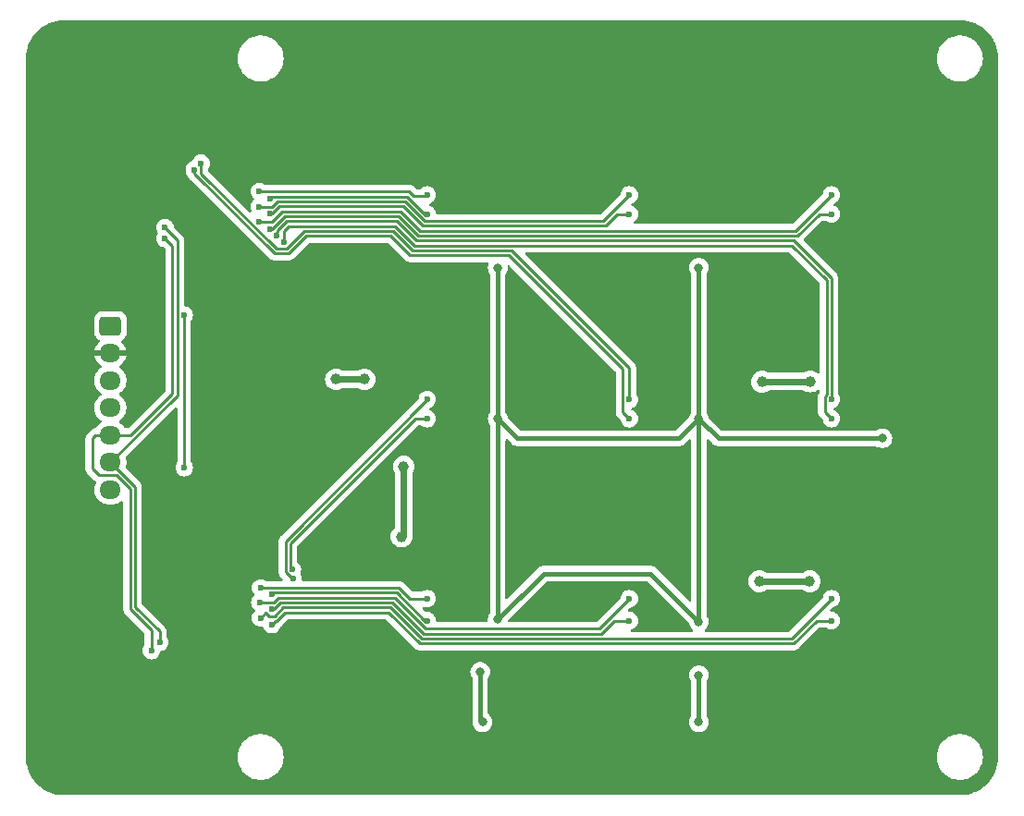
<source format=gbr>
G04 #@! TF.GenerationSoftware,KiCad,Pcbnew,8.0.0*
G04 #@! TF.CreationDate,2025-07-03T23:16:26-06:00*
G04 #@! TF.ProjectId,Color Sensor,436f6c6f-7220-4536-956e-736f722e6b69,rev?*
G04 #@! TF.SameCoordinates,Original*
G04 #@! TF.FileFunction,Copper,L2,Bot*
G04 #@! TF.FilePolarity,Positive*
%FSLAX46Y46*%
G04 Gerber Fmt 4.6, Leading zero omitted, Abs format (unit mm)*
G04 Created by KiCad (PCBNEW 8.0.0) date 2025-07-03 23:16:26*
%MOMM*%
%LPD*%
G01*
G04 APERTURE LIST*
G04 Aperture macros list*
%AMRoundRect*
0 Rectangle with rounded corners*
0 $1 Rounding radius*
0 $2 $3 $4 $5 $6 $7 $8 $9 X,Y pos of 4 corners*
0 Add a 4 corners polygon primitive as box body*
4,1,4,$2,$3,$4,$5,$6,$7,$8,$9,$2,$3,0*
0 Add four circle primitives for the rounded corners*
1,1,$1+$1,$2,$3*
1,1,$1+$1,$4,$5*
1,1,$1+$1,$6,$7*
1,1,$1+$1,$8,$9*
0 Add four rect primitives between the rounded corners*
20,1,$1+$1,$2,$3,$4,$5,0*
20,1,$1+$1,$4,$5,$6,$7,0*
20,1,$1+$1,$6,$7,$8,$9,0*
20,1,$1+$1,$8,$9,$2,$3,0*%
G04 Aperture macros list end*
G04 #@! TA.AperFunction,ComponentPad*
%ADD10O,1.950000X1.700000*%
G04 #@! TD*
G04 #@! TA.AperFunction,ComponentPad*
%ADD11RoundRect,0.250000X-0.725000X0.600000X-0.725000X-0.600000X0.725000X-0.600000X0.725000X0.600000X0*%
G04 #@! TD*
G04 #@! TA.AperFunction,ViaPad*
%ADD12C,0.800000*%
G04 #@! TD*
G04 #@! TA.AperFunction,ViaPad*
%ADD13C,0.600000*%
G04 #@! TD*
G04 #@! TA.AperFunction,ViaPad*
%ADD14C,1.000000*%
G04 #@! TD*
G04 #@! TA.AperFunction,Conductor*
%ADD15C,0.250000*%
G04 #@! TD*
G04 #@! TA.AperFunction,Conductor*
%ADD16C,0.400000*%
G04 #@! TD*
G04 #@! TA.AperFunction,Conductor*
%ADD17C,0.600000*%
G04 #@! TD*
G04 APERTURE END LIST*
D10*
X101900000Y-97250000D03*
X101900000Y-94750000D03*
X101900000Y-92250000D03*
X101900000Y-89750000D03*
X101900000Y-87250000D03*
X101900000Y-84750000D03*
D11*
X101900000Y-82250000D03*
D12*
X116050000Y-67266666D03*
X115450000Y-76350000D03*
D13*
X139950000Y-112350000D03*
X139950000Y-108950000D03*
D12*
X154550000Y-94350000D03*
D13*
X156950000Y-94350000D03*
D12*
X155750000Y-118550000D03*
X155750000Y-114262500D03*
X135950000Y-118550000D03*
X135750000Y-113950000D03*
X172550000Y-92550000D03*
X137350000Y-109150000D03*
X137350000Y-76925000D03*
X137350000Y-90750000D03*
X155750000Y-109350000D03*
X155750000Y-90750000D03*
X155750000Y-76925000D03*
X172750000Y-105550000D03*
X139950000Y-88750000D03*
D14*
X165900000Y-105650000D03*
X161300000Y-105650000D03*
X165950000Y-87350000D03*
X161550000Y-87375000D03*
X128550000Y-101550000D03*
X128750000Y-95150000D03*
D13*
X109575000Y-67941666D03*
X110200000Y-67350000D03*
X117750000Y-74550000D03*
X117150000Y-73950000D03*
D14*
X122550000Y-87150000D03*
X125150000Y-87150000D03*
D13*
X116550000Y-73375000D03*
X115500000Y-72700000D03*
X116550000Y-71975000D03*
X115533330Y-71325000D03*
X116550000Y-70566666D03*
X115541666Y-69941666D03*
X118591942Y-105391942D03*
X118550000Y-104550000D03*
X116650000Y-109625000D03*
X115650000Y-109000000D03*
X115578616Y-107583333D03*
X116650000Y-108208333D03*
X116650000Y-106875000D03*
X115650000Y-106250000D03*
X167900000Y-72000000D03*
X167900000Y-70250000D03*
X149400000Y-72000000D03*
X149400000Y-70250000D03*
X130900000Y-70250000D03*
X130900000Y-72000000D03*
X130900000Y-90750000D03*
X130900000Y-89000000D03*
X149400000Y-90750000D03*
X149400000Y-89000000D03*
X167900000Y-90750000D03*
X167900000Y-89000000D03*
X167900000Y-109250000D03*
X167900000Y-107250000D03*
X149400000Y-109250000D03*
X149400000Y-107250000D03*
X130900000Y-109250000D03*
X130900000Y-107250000D03*
X106400000Y-111250000D03*
X105650000Y-112000000D03*
X106900000Y-74250000D03*
X106900000Y-73250000D03*
X108650000Y-95250000D03*
X108650000Y-81250000D03*
X133900000Y-70000000D03*
X152400000Y-70000000D03*
X170900000Y-69250000D03*
X133900000Y-88750000D03*
X152400000Y-88750000D03*
X170900000Y-88750000D03*
X133900000Y-107250000D03*
X170900000Y-107250000D03*
X152400000Y-107950000D03*
X106400000Y-107000000D03*
X112350000Y-92100000D03*
X113150000Y-97750000D03*
X113650000Y-83750000D03*
X106400000Y-69250000D03*
D15*
X129052512Y-70400000D02*
X130652512Y-72000000D01*
X116716666Y-70400000D02*
X129052512Y-70400000D01*
X116550000Y-70566666D02*
X116716666Y-70400000D01*
X130652512Y-72000000D02*
X130900000Y-72000000D01*
X130268324Y-73525000D02*
X164625000Y-73525000D01*
X117658884Y-71750000D02*
X128493324Y-71750000D01*
X116708884Y-72700000D02*
X117658884Y-71750000D01*
X115500000Y-72700000D02*
X116708884Y-72700000D01*
X128493324Y-71750000D02*
X130268324Y-73525000D01*
X164625000Y-73525000D02*
X167900000Y-70250000D01*
X147025000Y-72625000D02*
X149400000Y-70250000D01*
X130641116Y-72625000D02*
X147025000Y-72625000D01*
X115533330Y-71325000D02*
X116683884Y-71325000D01*
X117158884Y-70850000D02*
X128866116Y-70850000D01*
X116683884Y-71325000D02*
X117158884Y-70850000D01*
X128866116Y-70850000D02*
X130641116Y-72625000D01*
X129638908Y-70350000D02*
X130800000Y-70350000D01*
X129230574Y-69941666D02*
X129638908Y-70350000D01*
X115541666Y-69941666D02*
X129230574Y-69941666D01*
X130800000Y-70350000D02*
X130900000Y-70250000D01*
X100550000Y-92250000D02*
X101900000Y-92250000D01*
X100250000Y-92550000D02*
X100550000Y-92250000D01*
X100250000Y-95350000D02*
X100250000Y-92550000D01*
X102438604Y-95925000D02*
X100825000Y-95925000D01*
X100825000Y-95925000D02*
X100250000Y-95350000D01*
X103700000Y-97186396D02*
X102438604Y-95925000D01*
X103700000Y-108186396D02*
X103700000Y-97186396D01*
X105650000Y-110136396D02*
X103700000Y-108186396D01*
X105650000Y-112000000D02*
X105650000Y-110136396D01*
X129288908Y-107250000D02*
X130900000Y-107250000D01*
X128288908Y-106250000D02*
X129288908Y-107250000D01*
X115650000Y-106250000D02*
X128288908Y-106250000D01*
X130206928Y-111350000D02*
X164436396Y-111350000D01*
X166536396Y-109250000D02*
X167900000Y-109250000D01*
X127356928Y-108500000D02*
X130206928Y-111350000D01*
X116991667Y-109283333D02*
X117095280Y-109283333D01*
X117878613Y-108500000D02*
X127356928Y-108500000D01*
X164436396Y-111350000D02*
X166536396Y-109250000D01*
X116650000Y-109625000D02*
X116991667Y-109283333D01*
X117095280Y-109283333D02*
X117878613Y-108500000D01*
X148036396Y-109250000D02*
X149400000Y-109250000D01*
X130579720Y-110450000D02*
X146836396Y-110450000D01*
X146836396Y-110450000D02*
X148036396Y-109250000D01*
X117445280Y-107600000D02*
X127729720Y-107600000D01*
X127729720Y-107600000D02*
X130579720Y-110450000D01*
X116836947Y-108208333D02*
X117445280Y-107600000D01*
X116650000Y-108208333D02*
X116836947Y-108208333D01*
X130393324Y-110900000D02*
X164250000Y-110900000D01*
X116908884Y-108833333D02*
X117692217Y-108050000D01*
X164250000Y-110900000D02*
X167900000Y-107250000D01*
X116103892Y-108546108D02*
X116391116Y-108833333D01*
X117692217Y-108050000D02*
X127543324Y-108050000D01*
X115650000Y-109000000D02*
X116103892Y-108546108D01*
X116391116Y-108833333D02*
X116908884Y-108833333D01*
X127543324Y-108050000D02*
X130393324Y-110900000D01*
X130766116Y-110000000D02*
X146650000Y-110000000D01*
X146650000Y-110000000D02*
X149400000Y-107250000D01*
X116825551Y-107583333D02*
X117258884Y-107150000D01*
X117258884Y-107150000D02*
X127916116Y-107150000D01*
X115578616Y-107583333D02*
X116825551Y-107583333D01*
X127916116Y-107150000D02*
X130766116Y-110000000D01*
X130652512Y-109250000D02*
X130900000Y-109250000D01*
X116650000Y-106875000D02*
X116825000Y-106700000D01*
X116825000Y-106700000D02*
X128102512Y-106700000D01*
X128102512Y-106700000D02*
X130652512Y-109250000D01*
X148775000Y-90125000D02*
X149400000Y-90750000D01*
X148775000Y-86175000D02*
X148775000Y-90125000D01*
X119820280Y-74000000D02*
X127561344Y-74000000D01*
X118195280Y-75625000D02*
X119820280Y-74000000D01*
X129336344Y-75775000D02*
X138375000Y-75775000D01*
X109575000Y-68295280D02*
X116904720Y-75625000D01*
X127561344Y-74000000D02*
X129336344Y-75775000D01*
X109575000Y-67941666D02*
X109575000Y-68295280D01*
X116904720Y-75625000D02*
X118195280Y-75625000D01*
X138375000Y-75775000D02*
X148775000Y-86175000D01*
X149400000Y-86100000D02*
X149400000Y-89000000D01*
X138625000Y-75325000D02*
X149400000Y-86100000D01*
X129522740Y-75325000D02*
X138625000Y-75325000D01*
X127747740Y-73550000D02*
X129522740Y-75325000D01*
X119633884Y-73550000D02*
X127747740Y-73550000D01*
X110200000Y-68283884D02*
X117091116Y-75175000D01*
X117091116Y-75175000D02*
X118008884Y-75175000D01*
X110200000Y-67350000D02*
X110200000Y-68283884D01*
X118008884Y-75175000D02*
X119633884Y-73550000D01*
D16*
X153950000Y-92550000D02*
X155750000Y-90750000D01*
X139150000Y-92550000D02*
X153950000Y-92550000D01*
X137350000Y-90750000D02*
X139150000Y-92550000D01*
X155750000Y-114262500D02*
X155750000Y-118550000D01*
X135750000Y-118350000D02*
X135950000Y-118550000D01*
X135750000Y-113950000D02*
X135750000Y-118350000D01*
X157550000Y-92550000D02*
X172550000Y-92550000D01*
X155750000Y-90750000D02*
X157550000Y-92550000D01*
X151350000Y-104950000D02*
X155750000Y-109350000D01*
X137350000Y-109150000D02*
X141550000Y-104950000D01*
X141550000Y-104950000D02*
X151350000Y-104950000D01*
X137350000Y-90750000D02*
X137350000Y-109150000D01*
X155750000Y-90750000D02*
X155750000Y-109350000D01*
X137350000Y-90750000D02*
X137350000Y-76925000D01*
X155750000Y-76925000D02*
X155750000Y-90750000D01*
D15*
X128679720Y-71300000D02*
X130454720Y-73075000D01*
X117345280Y-71300000D02*
X128679720Y-71300000D01*
X116670280Y-71975000D02*
X117345280Y-71300000D01*
X147211396Y-73075000D02*
X148286396Y-72000000D01*
X116550000Y-71975000D02*
X116670280Y-71975000D01*
X130454720Y-73075000D02*
X147211396Y-73075000D01*
X148286396Y-72000000D02*
X149400000Y-72000000D01*
X166786396Y-72000000D02*
X167900000Y-72000000D01*
X164811396Y-73975000D02*
X166786396Y-72000000D01*
X117845280Y-72200000D02*
X128306928Y-72200000D01*
X116670280Y-73375000D02*
X117845280Y-72200000D01*
X128306928Y-72200000D02*
X130081928Y-73975000D01*
X116550000Y-73375000D02*
X116670280Y-73375000D01*
X130081928Y-73975000D02*
X164811396Y-73975000D01*
X117150000Y-73658884D02*
X117150000Y-73950000D01*
X117175000Y-73506676D02*
X117175000Y-73633884D01*
X118031676Y-72650000D02*
X117175000Y-73506676D01*
X128120532Y-72650000D02*
X118031676Y-72650000D01*
X117175000Y-73633884D02*
X117150000Y-73658884D01*
X129895532Y-74425000D02*
X128120532Y-72650000D01*
X167900000Y-77900000D02*
X164425000Y-74425000D01*
X164425000Y-74425000D02*
X129895532Y-74425000D01*
X167900000Y-89000000D02*
X167900000Y-77900000D01*
X107575000Y-74925000D02*
X106900000Y-74250000D01*
X107575000Y-88438604D02*
X107575000Y-74925000D01*
X103763604Y-92250000D02*
X107575000Y-88438604D01*
X101900000Y-92250000D02*
X103763604Y-92250000D01*
X129786396Y-90750000D02*
X130900000Y-90750000D01*
X118375000Y-104375000D02*
X118375000Y-102161396D01*
X118375000Y-102161396D02*
X129786396Y-90750000D01*
X118550000Y-104550000D02*
X118375000Y-104375000D01*
X167275000Y-90125000D02*
X167900000Y-90750000D01*
X167275000Y-88741116D02*
X167275000Y-90125000D01*
X167450000Y-88566116D02*
X167275000Y-88741116D01*
X129709136Y-74875000D02*
X164238604Y-74875000D01*
X167450000Y-78086396D02*
X167450000Y-88566116D01*
X127934136Y-73100000D02*
X129709136Y-74875000D01*
X118218072Y-73100000D02*
X127934136Y-73100000D01*
X117775000Y-74208884D02*
X117775000Y-73543072D01*
X164238604Y-74875000D02*
X167450000Y-78086396D01*
X117750000Y-74233884D02*
X117775000Y-74208884D01*
X117750000Y-74550000D02*
X117750000Y-74233884D01*
X117775000Y-73543072D02*
X118218072Y-73100000D01*
D17*
X165900000Y-105650000D02*
X161300000Y-105650000D01*
X165950000Y-87350000D02*
X161575000Y-87350000D01*
X161575000Y-87350000D02*
X161550000Y-87375000D01*
X128750000Y-101350000D02*
X128550000Y-101550000D01*
X128750000Y-95150000D02*
X128750000Y-101350000D01*
D15*
X117925000Y-101975000D02*
X130900000Y-89000000D01*
X117925000Y-104808884D02*
X117925000Y-101975000D01*
X118508058Y-105391942D02*
X117925000Y-104808884D01*
X118591942Y-105391942D02*
X118508058Y-105391942D01*
D17*
X122550000Y-87150000D02*
X125150000Y-87150000D01*
D15*
X106400000Y-110250000D02*
X106400000Y-111250000D01*
X104150000Y-108000000D02*
X106400000Y-110250000D01*
X104150000Y-97000000D02*
X104150000Y-108000000D01*
X101900000Y-94750000D02*
X104150000Y-97000000D01*
X108025000Y-74375000D02*
X106900000Y-73250000D01*
X108025000Y-88625000D02*
X108025000Y-74375000D01*
X101900000Y-94750000D02*
X108025000Y-88625000D01*
X108650000Y-81500000D02*
X108650000Y-95250000D01*
X108650000Y-81250000D02*
X108650000Y-81500000D01*
G04 #@! TA.AperFunction,Conductor*
G36*
X151075520Y-105670185D02*
G01*
X151096162Y-105686819D01*
X154823495Y-109414152D01*
X154856980Y-109475475D01*
X154859134Y-109488869D01*
X154864325Y-109538249D01*
X154864327Y-109538260D01*
X154922818Y-109718277D01*
X154922821Y-109718284D01*
X155017467Y-109882216D01*
X155100579Y-109974521D01*
X155144129Y-110022888D01*
X155181696Y-110050182D01*
X155224362Y-110105512D01*
X155230341Y-110175125D01*
X155197736Y-110236920D01*
X155136897Y-110271277D01*
X155108811Y-110274500D01*
X149625668Y-110274500D01*
X149558629Y-110254815D01*
X149512874Y-110202011D01*
X149502930Y-110132853D01*
X149531955Y-110069297D01*
X149584713Y-110033458D01*
X149749522Y-109975789D01*
X149902262Y-109879816D01*
X150029816Y-109752262D01*
X150125789Y-109599522D01*
X150185368Y-109429255D01*
X150187070Y-109414152D01*
X150205565Y-109250003D01*
X150205565Y-109249996D01*
X150185369Y-109070750D01*
X150185368Y-109070745D01*
X150160612Y-108999996D01*
X150125789Y-108900478D01*
X150029816Y-108747738D01*
X149902262Y-108620184D01*
X149857414Y-108592004D01*
X149749523Y-108524211D01*
X149579254Y-108464631D01*
X149579249Y-108464630D01*
X149400004Y-108444435D01*
X149393036Y-108444435D01*
X149393036Y-108442370D01*
X149334104Y-108432033D01*
X149282736Y-108384672D01*
X149265128Y-108317057D01*
X149286870Y-108250657D01*
X149301383Y-108233205D01*
X149458379Y-108076209D01*
X149519700Y-108042726D01*
X149532156Y-108040674D01*
X149579255Y-108035368D01*
X149749522Y-107975789D01*
X149902262Y-107879816D01*
X150029816Y-107752262D01*
X150125789Y-107599522D01*
X150185368Y-107429255D01*
X150185369Y-107429249D01*
X150205565Y-107250003D01*
X150205565Y-107249996D01*
X150185369Y-107070750D01*
X150185368Y-107070745D01*
X150125788Y-106900476D01*
X150058440Y-106793293D01*
X150029816Y-106747738D01*
X149902262Y-106620184D01*
X149878883Y-106605494D01*
X149749523Y-106524211D01*
X149579254Y-106464631D01*
X149579249Y-106464630D01*
X149400004Y-106444435D01*
X149399996Y-106444435D01*
X149220750Y-106464630D01*
X149220745Y-106464631D01*
X149050476Y-106524211D01*
X148897737Y-106620184D01*
X148770184Y-106747737D01*
X148674210Y-106900478D01*
X148614630Y-107070750D01*
X148609326Y-107117825D01*
X148582258Y-107182239D01*
X148573787Y-107191621D01*
X146427229Y-109338181D01*
X146365906Y-109371666D01*
X146339548Y-109374500D01*
X138415518Y-109374500D01*
X138348479Y-109354815D01*
X138302724Y-109302011D01*
X138292780Y-109232853D01*
X138321805Y-109169297D01*
X138327837Y-109162819D01*
X140043496Y-107447161D01*
X141803838Y-105686819D01*
X141865161Y-105653334D01*
X141891519Y-105650500D01*
X151008481Y-105650500D01*
X151075520Y-105670185D01*
G37*
G04 #@! TD.AperFunction*
G04 #@! TA.AperFunction,Conductor*
G36*
X138255703Y-92646805D02*
G01*
X138262181Y-92652837D01*
X138605886Y-92996542D01*
X138691558Y-93082214D01*
X138703459Y-93094115D01*
X138818182Y-93170771D01*
X138818186Y-93170773D01*
X138818189Y-93170775D01*
X138892866Y-93201707D01*
X138892867Y-93201707D01*
X138892869Y-93201709D01*
X138939481Y-93221016D01*
X138945671Y-93223580D01*
X138955324Y-93225500D01*
X139005597Y-93235500D01*
X139081004Y-93250500D01*
X139081007Y-93250500D01*
X154018996Y-93250500D01*
X154110040Y-93232389D01*
X154154328Y-93223580D01*
X154218069Y-93197177D01*
X154281807Y-93170777D01*
X154281808Y-93170776D01*
X154281811Y-93170775D01*
X154396543Y-93094114D01*
X154837819Y-92652836D01*
X154899142Y-92619352D01*
X154968833Y-92624336D01*
X155024767Y-92666207D01*
X155049184Y-92731672D01*
X155049500Y-92740518D01*
X155049500Y-107359480D01*
X155029815Y-107426519D01*
X154977011Y-107472274D01*
X154907853Y-107482218D01*
X154844297Y-107453193D01*
X154837819Y-107447161D01*
X151796545Y-104405887D01*
X151681807Y-104329222D01*
X151554332Y-104276421D01*
X151554322Y-104276418D01*
X151418996Y-104249500D01*
X151418994Y-104249500D01*
X151418993Y-104249500D01*
X141618994Y-104249500D01*
X141481006Y-104249500D01*
X141481004Y-104249500D01*
X141345677Y-104276418D01*
X141345667Y-104276421D01*
X141218192Y-104329222D01*
X141103454Y-104405887D01*
X141103453Y-104405888D01*
X138262181Y-107247161D01*
X138200858Y-107280646D01*
X138131166Y-107275662D01*
X138075233Y-107233790D01*
X138050816Y-107168326D01*
X138050500Y-107159480D01*
X138050500Y-92740518D01*
X138070185Y-92673479D01*
X138122989Y-92627724D01*
X138192147Y-92617780D01*
X138255703Y-92646805D01*
G37*
G04 #@! TD.AperFunction*
G04 #@! TA.AperFunction,Conductor*
G36*
X179653032Y-54250648D02*
G01*
X179986929Y-54267052D01*
X179999037Y-54268245D01*
X180102146Y-54283539D01*
X180326699Y-54316849D01*
X180338617Y-54319219D01*
X180659951Y-54399709D01*
X180671588Y-54403240D01*
X180742806Y-54428722D01*
X180983467Y-54514832D01*
X180994688Y-54519479D01*
X181294163Y-54661120D01*
X181304871Y-54666844D01*
X181588988Y-54837137D01*
X181599106Y-54843897D01*
X181865170Y-55041224D01*
X181874576Y-55048944D01*
X182120013Y-55271395D01*
X182128604Y-55279986D01*
X182315755Y-55486475D01*
X182351055Y-55525423D01*
X182358775Y-55534829D01*
X182556102Y-55800893D01*
X182562862Y-55811011D01*
X182691776Y-56026092D01*
X182733148Y-56095116D01*
X182738885Y-56105848D01*
X182880514Y-56405297D01*
X182885170Y-56416540D01*
X182996759Y-56728411D01*
X183000292Y-56740055D01*
X183080777Y-57061369D01*
X183083151Y-57073305D01*
X183131754Y-57400962D01*
X183132947Y-57413071D01*
X183149351Y-57746966D01*
X183149500Y-57753051D01*
X183149500Y-121746948D01*
X183149351Y-121753033D01*
X183132947Y-122086928D01*
X183131754Y-122099037D01*
X183083151Y-122426694D01*
X183080777Y-122438630D01*
X183000292Y-122759944D01*
X182996759Y-122771588D01*
X182885170Y-123083459D01*
X182880514Y-123094702D01*
X182738885Y-123394151D01*
X182733148Y-123404883D01*
X182562862Y-123688988D01*
X182556102Y-123699106D01*
X182358775Y-123965170D01*
X182351055Y-123974576D01*
X182128611Y-124220006D01*
X182120006Y-124228611D01*
X181874576Y-124451055D01*
X181865170Y-124458775D01*
X181599106Y-124656102D01*
X181588988Y-124662862D01*
X181304883Y-124833148D01*
X181294151Y-124838885D01*
X180994702Y-124980514D01*
X180983459Y-124985170D01*
X180671588Y-125096759D01*
X180659944Y-125100292D01*
X180338630Y-125180777D01*
X180326694Y-125183151D01*
X179999037Y-125231754D01*
X179986928Y-125232947D01*
X179671989Y-125248419D01*
X179653031Y-125249351D01*
X179646949Y-125249500D01*
X97653051Y-125249500D01*
X97646968Y-125249351D01*
X97626900Y-125248365D01*
X97313071Y-125232947D01*
X97300962Y-125231754D01*
X96973305Y-125183151D01*
X96961369Y-125180777D01*
X96640055Y-125100292D01*
X96628411Y-125096759D01*
X96316540Y-124985170D01*
X96305301Y-124980515D01*
X96005844Y-124838883D01*
X95995121Y-124833150D01*
X95711011Y-124662862D01*
X95700893Y-124656102D01*
X95434829Y-124458775D01*
X95425423Y-124451055D01*
X95386475Y-124415755D01*
X95179986Y-124228604D01*
X95171395Y-124220013D01*
X94948944Y-123974576D01*
X94941224Y-123965170D01*
X94743897Y-123699106D01*
X94737137Y-123688988D01*
X94695407Y-123619365D01*
X94566844Y-123404871D01*
X94561120Y-123394163D01*
X94419479Y-123094688D01*
X94414829Y-123083459D01*
X94413126Y-123078700D01*
X94303240Y-122771588D01*
X94299707Y-122759944D01*
X94219219Y-122438617D01*
X94216848Y-122426694D01*
X94200730Y-122318037D01*
X94168245Y-122099037D01*
X94167052Y-122086927D01*
X94150649Y-121753032D01*
X94150575Y-121750000D01*
X113544592Y-121750000D01*
X113564201Y-122036680D01*
X113564201Y-122036684D01*
X113564202Y-122036686D01*
X113577159Y-122099037D01*
X113622666Y-122318034D01*
X113622667Y-122318037D01*
X113718894Y-122588793D01*
X113718893Y-122588793D01*
X113851098Y-122843935D01*
X114016812Y-123078700D01*
X114101923Y-123169831D01*
X114212947Y-123288708D01*
X114342554Y-123394151D01*
X114435853Y-123470055D01*
X114681382Y-123619365D01*
X114864967Y-123699106D01*
X114944942Y-123733844D01*
X115221642Y-123811371D01*
X115471920Y-123845771D01*
X115506321Y-123850500D01*
X115506322Y-123850500D01*
X115793679Y-123850500D01*
X115824370Y-123846281D01*
X116078358Y-123811371D01*
X116355058Y-123733844D01*
X116468015Y-123684779D01*
X116618617Y-123619365D01*
X116618620Y-123619363D01*
X116618625Y-123619361D01*
X116864147Y-123470055D01*
X117087053Y-123288708D01*
X117283189Y-123078698D01*
X117448901Y-122843936D01*
X117581104Y-122588797D01*
X117677334Y-122318032D01*
X117735798Y-122036686D01*
X117755408Y-121750000D01*
X177544592Y-121750000D01*
X177564201Y-122036680D01*
X177564201Y-122036684D01*
X177564202Y-122036686D01*
X177577159Y-122099037D01*
X177622666Y-122318034D01*
X177622667Y-122318037D01*
X177718894Y-122588793D01*
X177718893Y-122588793D01*
X177851098Y-122843935D01*
X178016812Y-123078700D01*
X178101923Y-123169831D01*
X178212947Y-123288708D01*
X178342554Y-123394151D01*
X178435853Y-123470055D01*
X178681382Y-123619365D01*
X178864967Y-123699106D01*
X178944942Y-123733844D01*
X179221642Y-123811371D01*
X179471920Y-123845771D01*
X179506321Y-123850500D01*
X179506322Y-123850500D01*
X179793679Y-123850500D01*
X179824370Y-123846281D01*
X180078358Y-123811371D01*
X180355058Y-123733844D01*
X180468015Y-123684779D01*
X180618617Y-123619365D01*
X180618620Y-123619363D01*
X180618625Y-123619361D01*
X180864147Y-123470055D01*
X181087053Y-123288708D01*
X181283189Y-123078698D01*
X181448901Y-122843936D01*
X181581104Y-122588797D01*
X181677334Y-122318032D01*
X181735798Y-122036686D01*
X181755408Y-121750000D01*
X181735798Y-121463314D01*
X181677334Y-121181968D01*
X181581105Y-120911206D01*
X181581106Y-120911206D01*
X181448901Y-120656064D01*
X181283187Y-120421299D01*
X181204554Y-120337105D01*
X181087053Y-120211292D01*
X180864147Y-120029945D01*
X180864146Y-120029944D01*
X180618617Y-119880634D01*
X180355063Y-119766158D01*
X180355061Y-119766157D01*
X180355058Y-119766156D01*
X180225578Y-119729877D01*
X180078364Y-119688630D01*
X180078359Y-119688629D01*
X180078358Y-119688629D01*
X179936018Y-119669064D01*
X179793679Y-119649500D01*
X179793678Y-119649500D01*
X179506322Y-119649500D01*
X179506321Y-119649500D01*
X179221642Y-119688629D01*
X179221635Y-119688630D01*
X179013861Y-119746845D01*
X178944942Y-119766156D01*
X178944939Y-119766156D01*
X178944936Y-119766158D01*
X178944935Y-119766158D01*
X178681382Y-119880634D01*
X178435853Y-120029944D01*
X178212950Y-120211289D01*
X178016812Y-120421299D01*
X177851098Y-120656064D01*
X177718894Y-120911206D01*
X177622667Y-121181962D01*
X177622666Y-121181965D01*
X177564201Y-121463319D01*
X177544592Y-121750000D01*
X117755408Y-121750000D01*
X117735798Y-121463314D01*
X117677334Y-121181968D01*
X117581105Y-120911206D01*
X117581106Y-120911206D01*
X117448901Y-120656064D01*
X117283187Y-120421299D01*
X117204554Y-120337105D01*
X117087053Y-120211292D01*
X116864147Y-120029945D01*
X116864146Y-120029944D01*
X116618617Y-119880634D01*
X116355063Y-119766158D01*
X116355061Y-119766157D01*
X116355058Y-119766156D01*
X116225578Y-119729877D01*
X116078364Y-119688630D01*
X116078359Y-119688629D01*
X116078358Y-119688629D01*
X115936018Y-119669064D01*
X115793679Y-119649500D01*
X115793678Y-119649500D01*
X115506322Y-119649500D01*
X115506321Y-119649500D01*
X115221642Y-119688629D01*
X115221635Y-119688630D01*
X115013861Y-119746845D01*
X114944942Y-119766156D01*
X114944939Y-119766156D01*
X114944936Y-119766158D01*
X114944935Y-119766158D01*
X114681382Y-119880634D01*
X114435853Y-120029944D01*
X114212950Y-120211289D01*
X114016812Y-120421299D01*
X113851098Y-120656064D01*
X113718894Y-120911206D01*
X113622667Y-121181962D01*
X113622666Y-121181965D01*
X113564201Y-121463319D01*
X113544592Y-121750000D01*
X94150575Y-121750000D01*
X94150500Y-121746948D01*
X94150500Y-113950000D01*
X134844540Y-113950000D01*
X134864326Y-114138256D01*
X134864327Y-114138259D01*
X134922818Y-114318277D01*
X134922821Y-114318284D01*
X135017466Y-114482215D01*
X135017648Y-114482417D01*
X135017716Y-114482559D01*
X135021285Y-114487471D01*
X135020386Y-114488123D01*
X135047879Y-114545408D01*
X135049500Y-114565391D01*
X135049500Y-118418997D01*
X135051594Y-118429525D01*
X135053297Y-118466672D01*
X135044540Y-118550000D01*
X135064326Y-118738256D01*
X135064327Y-118738259D01*
X135122818Y-118918277D01*
X135122821Y-118918284D01*
X135217467Y-119082216D01*
X135344129Y-119222888D01*
X135497265Y-119334148D01*
X135497270Y-119334151D01*
X135670192Y-119411142D01*
X135670197Y-119411144D01*
X135855354Y-119450500D01*
X135855355Y-119450500D01*
X136044644Y-119450500D01*
X136044646Y-119450500D01*
X136229803Y-119411144D01*
X136402730Y-119334151D01*
X136555871Y-119222888D01*
X136682533Y-119082216D01*
X136777179Y-118918284D01*
X136835674Y-118738256D01*
X136855460Y-118550000D01*
X154844540Y-118550000D01*
X154864326Y-118738256D01*
X154864327Y-118738259D01*
X154922818Y-118918277D01*
X154922821Y-118918284D01*
X155017467Y-119082216D01*
X155144129Y-119222888D01*
X155297265Y-119334148D01*
X155297270Y-119334151D01*
X155470192Y-119411142D01*
X155470197Y-119411144D01*
X155655354Y-119450500D01*
X155655355Y-119450500D01*
X155844644Y-119450500D01*
X155844646Y-119450500D01*
X156029803Y-119411144D01*
X156202730Y-119334151D01*
X156355871Y-119222888D01*
X156482533Y-119082216D01*
X156577179Y-118918284D01*
X156635674Y-118738256D01*
X156655460Y-118550000D01*
X156635674Y-118361744D01*
X156577179Y-118181716D01*
X156482533Y-118017784D01*
X156482344Y-118017574D01*
X156482273Y-118017427D01*
X156478714Y-118012528D01*
X156479610Y-118011876D01*
X156452119Y-117954580D01*
X156450500Y-117934608D01*
X156450500Y-114877891D01*
X156470185Y-114810852D01*
X156482352Y-114794917D01*
X156482533Y-114794716D01*
X156577179Y-114630784D01*
X156635674Y-114450756D01*
X156655460Y-114262500D01*
X156635674Y-114074244D01*
X156577179Y-113894216D01*
X156482533Y-113730284D01*
X156355871Y-113589612D01*
X156355870Y-113589611D01*
X156202734Y-113478351D01*
X156202729Y-113478348D01*
X156029807Y-113401357D01*
X156029802Y-113401355D01*
X155884001Y-113370365D01*
X155844646Y-113362000D01*
X155655354Y-113362000D01*
X155622897Y-113368898D01*
X155470197Y-113401355D01*
X155470192Y-113401357D01*
X155297270Y-113478348D01*
X155297265Y-113478351D01*
X155144129Y-113589611D01*
X155017466Y-113730285D01*
X154922821Y-113894215D01*
X154922818Y-113894222D01*
X154864327Y-114074240D01*
X154864326Y-114074244D01*
X154844540Y-114262500D01*
X154864326Y-114450756D01*
X154864327Y-114450759D01*
X154922818Y-114630777D01*
X154922821Y-114630784D01*
X155017466Y-114794715D01*
X155017648Y-114794917D01*
X155017716Y-114795059D01*
X155021285Y-114799971D01*
X155020386Y-114800623D01*
X155047879Y-114857908D01*
X155049500Y-114877891D01*
X155049500Y-117934608D01*
X155029815Y-118001647D01*
X155017656Y-118017574D01*
X155017468Y-118017782D01*
X155017464Y-118017787D01*
X154922821Y-118181715D01*
X154922818Y-118181722D01*
X154864327Y-118361740D01*
X154864326Y-118361744D01*
X154844540Y-118550000D01*
X136855460Y-118550000D01*
X136835674Y-118361744D01*
X136777179Y-118181716D01*
X136682533Y-118017784D01*
X136607641Y-117934608D01*
X136555876Y-117877116D01*
X136555871Y-117877112D01*
X136501613Y-117837690D01*
X136458948Y-117782359D01*
X136450500Y-117737373D01*
X136450500Y-114565391D01*
X136470185Y-114498352D01*
X136482352Y-114482417D01*
X136482533Y-114482216D01*
X136577179Y-114318284D01*
X136635674Y-114138256D01*
X136655460Y-113950000D01*
X136635674Y-113761744D01*
X136577179Y-113581716D01*
X136482533Y-113417784D01*
X136355871Y-113277112D01*
X136355870Y-113277111D01*
X136202734Y-113165851D01*
X136202729Y-113165848D01*
X136029807Y-113088857D01*
X136029802Y-113088855D01*
X135884001Y-113057865D01*
X135844646Y-113049500D01*
X135655354Y-113049500D01*
X135622897Y-113056398D01*
X135470197Y-113088855D01*
X135470192Y-113088857D01*
X135297270Y-113165848D01*
X135297265Y-113165851D01*
X135144129Y-113277111D01*
X135017466Y-113417785D01*
X134922821Y-113581715D01*
X134922818Y-113581722D01*
X134864327Y-113761740D01*
X134864326Y-113761744D01*
X134844540Y-113950000D01*
X94150500Y-113950000D01*
X94150500Y-95411610D01*
X99624500Y-95411610D01*
X99648535Y-95532443D01*
X99648535Y-95532446D01*
X99648536Y-95532449D01*
X99648537Y-95532452D01*
X99657679Y-95554523D01*
X99684555Y-95619410D01*
X99695688Y-95646287D01*
X99721243Y-95684530D01*
X99721244Y-95684532D01*
X99764141Y-95748733D01*
X99855586Y-95840178D01*
X99855608Y-95840198D01*
X100336016Y-96320606D01*
X100336045Y-96320637D01*
X100426264Y-96410856D01*
X100426267Y-96410858D01*
X100503190Y-96462256D01*
X100529057Y-96479541D01*
X100573862Y-96533154D01*
X100582568Y-96602479D01*
X100570650Y-96638936D01*
X100523445Y-96731582D01*
X100523443Y-96731587D01*
X100523443Y-96731588D01*
X100479650Y-96866367D01*
X100457753Y-96933760D01*
X100424500Y-97143713D01*
X100424500Y-97356286D01*
X100457753Y-97566239D01*
X100523444Y-97768414D01*
X100619951Y-97957820D01*
X100744890Y-98129786D01*
X100895213Y-98280109D01*
X101067179Y-98405048D01*
X101067181Y-98405049D01*
X101067184Y-98405051D01*
X101256588Y-98501557D01*
X101458757Y-98567246D01*
X101668713Y-98600500D01*
X101668714Y-98600500D01*
X102131286Y-98600500D01*
X102131287Y-98600500D01*
X102341243Y-98567246D01*
X102543412Y-98501557D01*
X102732816Y-98405051D01*
X102819183Y-98342302D01*
X102877615Y-98299850D01*
X102943421Y-98276370D01*
X103011475Y-98292196D01*
X103060170Y-98342302D01*
X103074500Y-98400168D01*
X103074500Y-108124789D01*
X103074500Y-108248003D01*
X103079713Y-108274211D01*
X103092789Y-108339950D01*
X103098537Y-108368848D01*
X103098539Y-108368854D01*
X103106842Y-108388899D01*
X103145685Y-108482677D01*
X103145687Y-108482681D01*
X103173438Y-108524211D01*
X103173439Y-108524213D01*
X103214140Y-108585127D01*
X103214141Y-108585128D01*
X103214142Y-108585129D01*
X103301267Y-108672254D01*
X103301268Y-108672254D01*
X103308335Y-108679321D01*
X103308334Y-108679321D01*
X103308338Y-108679324D01*
X104988181Y-110359167D01*
X105021666Y-110420490D01*
X105024500Y-110446848D01*
X105024500Y-111455145D01*
X105005494Y-111521117D01*
X104924211Y-111650476D01*
X104864631Y-111820745D01*
X104864630Y-111820750D01*
X104844435Y-111999996D01*
X104844435Y-112000003D01*
X104864630Y-112179249D01*
X104864631Y-112179254D01*
X104924211Y-112349523D01*
X105020184Y-112502262D01*
X105147738Y-112629816D01*
X105300478Y-112725789D01*
X105470745Y-112785368D01*
X105470750Y-112785369D01*
X105649996Y-112805565D01*
X105650000Y-112805565D01*
X105650004Y-112805565D01*
X105829249Y-112785369D01*
X105829252Y-112785368D01*
X105829255Y-112785368D01*
X105999522Y-112725789D01*
X106152262Y-112629816D01*
X106279816Y-112502262D01*
X106375789Y-112349522D01*
X106435368Y-112179255D01*
X106438866Y-112148203D01*
X106465930Y-112083792D01*
X106523523Y-112044235D01*
X106548196Y-112038867D01*
X106579255Y-112035368D01*
X106749522Y-111975789D01*
X106902262Y-111879816D01*
X107029816Y-111752262D01*
X107125789Y-111599522D01*
X107185368Y-111429255D01*
X107205565Y-111250000D01*
X107185368Y-111070745D01*
X107125789Y-110900478D01*
X107044505Y-110771116D01*
X107025500Y-110705145D01*
X107025500Y-110317741D01*
X107025501Y-110317720D01*
X107025501Y-110188391D01*
X107025500Y-110188389D01*
X107001465Y-110067558D01*
X107001463Y-110067551D01*
X107001463Y-110067549D01*
X106999001Y-110061606D01*
X106981932Y-110020397D01*
X106954312Y-109953715D01*
X106885858Y-109851267D01*
X106885855Y-109851263D01*
X104811819Y-107777227D01*
X104778334Y-107715904D01*
X104775500Y-107689546D01*
X104775500Y-97067741D01*
X104775501Y-97067720D01*
X104775501Y-96938390D01*
X104751464Y-96817555D01*
X104751463Y-96817549D01*
X104704312Y-96703715D01*
X104635858Y-96601267D01*
X104635855Y-96601263D01*
X103336773Y-95302183D01*
X103303288Y-95240860D01*
X103306522Y-95176186D01*
X103342246Y-95066243D01*
X103375500Y-94856287D01*
X103375500Y-94643713D01*
X103342246Y-94433757D01*
X103306522Y-94323813D01*
X103304528Y-94253973D01*
X103336771Y-94197817D01*
X107812821Y-89721768D01*
X107874142Y-89688285D01*
X107943834Y-89693269D01*
X107999767Y-89735141D01*
X108024184Y-89800605D01*
X108024500Y-89809451D01*
X108024500Y-94705145D01*
X108005494Y-94771117D01*
X107924211Y-94900476D01*
X107864631Y-95070745D01*
X107864630Y-95070750D01*
X107844435Y-95249996D01*
X107844435Y-95250003D01*
X107864630Y-95429249D01*
X107864631Y-95429254D01*
X107924211Y-95599523D01*
X107953595Y-95646287D01*
X108020184Y-95752262D01*
X108147738Y-95879816D01*
X108300478Y-95975789D01*
X108470745Y-96035368D01*
X108470750Y-96035369D01*
X108649996Y-96055565D01*
X108650000Y-96055565D01*
X108650004Y-96055565D01*
X108829249Y-96035369D01*
X108829252Y-96035368D01*
X108829255Y-96035368D01*
X108999522Y-95975789D01*
X109152262Y-95879816D01*
X109279816Y-95752262D01*
X109375789Y-95599522D01*
X109435368Y-95429255D01*
X109444734Y-95346129D01*
X109455565Y-95250003D01*
X109455565Y-95249996D01*
X109435369Y-95070750D01*
X109435368Y-95070745D01*
X109433791Y-95066237D01*
X109375789Y-94900478D01*
X109294505Y-94771116D01*
X109275500Y-94705145D01*
X109275500Y-87150000D01*
X121544659Y-87150000D01*
X121563975Y-87346129D01*
X121621188Y-87534733D01*
X121714086Y-87708532D01*
X121714090Y-87708539D01*
X121839116Y-87860883D01*
X121991460Y-87985909D01*
X121991467Y-87985913D01*
X122165266Y-88078811D01*
X122165269Y-88078811D01*
X122165273Y-88078814D01*
X122353868Y-88136024D01*
X122550000Y-88155341D01*
X122746132Y-88136024D01*
X122934727Y-88078814D01*
X122937360Y-88077407D01*
X123108532Y-87985913D01*
X123108534Y-87985912D01*
X123108533Y-87985912D01*
X123108538Y-87985910D01*
X123117387Y-87978647D01*
X123181696Y-87951334D01*
X123196053Y-87950500D01*
X124503947Y-87950500D01*
X124570986Y-87970185D01*
X124582607Y-87978643D01*
X124591462Y-87985910D01*
X124591463Y-87985910D01*
X124591465Y-87985912D01*
X124591467Y-87985913D01*
X124765266Y-88078811D01*
X124765269Y-88078811D01*
X124765273Y-88078814D01*
X124953868Y-88136024D01*
X125150000Y-88155341D01*
X125346132Y-88136024D01*
X125534727Y-88078814D01*
X125537360Y-88077407D01*
X125708532Y-87985913D01*
X125708534Y-87985912D01*
X125708538Y-87985910D01*
X125860883Y-87860883D01*
X125985910Y-87708538D01*
X126061968Y-87566243D01*
X126078811Y-87534733D01*
X126078811Y-87534732D01*
X126078814Y-87534727D01*
X126136024Y-87346132D01*
X126155341Y-87150000D01*
X126136024Y-86953868D01*
X126078814Y-86765273D01*
X126078811Y-86765269D01*
X126078811Y-86765266D01*
X125985913Y-86591467D01*
X125985909Y-86591460D01*
X125860883Y-86439116D01*
X125708539Y-86314090D01*
X125708532Y-86314086D01*
X125534733Y-86221188D01*
X125534727Y-86221186D01*
X125346132Y-86163976D01*
X125346129Y-86163975D01*
X125150000Y-86144659D01*
X124953870Y-86163975D01*
X124765266Y-86221188D01*
X124591467Y-86314086D01*
X124591465Y-86314087D01*
X124587276Y-86317525D01*
X124582612Y-86321352D01*
X124518304Y-86348666D01*
X124503947Y-86349500D01*
X123196053Y-86349500D01*
X123129014Y-86329815D01*
X123117392Y-86321356D01*
X123108538Y-86314090D01*
X123108537Y-86314089D01*
X123108534Y-86314087D01*
X123108532Y-86314086D01*
X122934733Y-86221188D01*
X122934727Y-86221186D01*
X122746132Y-86163976D01*
X122746129Y-86163975D01*
X122550000Y-86144659D01*
X122353870Y-86163975D01*
X122165266Y-86221188D01*
X121991467Y-86314086D01*
X121991460Y-86314090D01*
X121839116Y-86439116D01*
X121714090Y-86591460D01*
X121714086Y-86591467D01*
X121621188Y-86765266D01*
X121563975Y-86953870D01*
X121544659Y-87150000D01*
X109275500Y-87150000D01*
X109275500Y-81794854D01*
X109294507Y-81728881D01*
X109375788Y-81599524D01*
X109375789Y-81599522D01*
X109435368Y-81429255D01*
X109446476Y-81330668D01*
X109455565Y-81250003D01*
X109455565Y-81249996D01*
X109435369Y-81070750D01*
X109435368Y-81070745D01*
X109430659Y-81057288D01*
X109375789Y-80900478D01*
X109375174Y-80899500D01*
X109279815Y-80747737D01*
X109152262Y-80620184D01*
X108999521Y-80524210D01*
X108829249Y-80464630D01*
X108760616Y-80456897D01*
X108696202Y-80429830D01*
X108656647Y-80372235D01*
X108650500Y-80333677D01*
X108650500Y-74313389D01*
X108647737Y-74299502D01*
X108647735Y-74299495D01*
X108636991Y-74245476D01*
X108636991Y-74245475D01*
X108626464Y-74192555D01*
X108626463Y-74192548D01*
X108579311Y-74078714D01*
X108579310Y-74078713D01*
X108579307Y-74078707D01*
X108510858Y-73976267D01*
X108510855Y-73976263D01*
X108420637Y-73886045D01*
X108420606Y-73886016D01*
X107726211Y-73191621D01*
X107692726Y-73130298D01*
X107690673Y-73117838D01*
X107685368Y-73070745D01*
X107625789Y-72900478D01*
X107625174Y-72899500D01*
X107553461Y-72785369D01*
X107529816Y-72747738D01*
X107402262Y-72620184D01*
X107249523Y-72524211D01*
X107079254Y-72464631D01*
X107079249Y-72464630D01*
X106900004Y-72444435D01*
X106899996Y-72444435D01*
X106720750Y-72464630D01*
X106720745Y-72464631D01*
X106550476Y-72524211D01*
X106397737Y-72620184D01*
X106270184Y-72747737D01*
X106174211Y-72900476D01*
X106114631Y-73070745D01*
X106114630Y-73070750D01*
X106094435Y-73249996D01*
X106094435Y-73250003D01*
X106114630Y-73429249D01*
X106114633Y-73429262D01*
X106174209Y-73599520D01*
X106227309Y-73684029D01*
X106246309Y-73751266D01*
X106227309Y-73815971D01*
X106174209Y-73900479D01*
X106114633Y-74070737D01*
X106114630Y-74070750D01*
X106094435Y-74249996D01*
X106094435Y-74250003D01*
X106114630Y-74429249D01*
X106114631Y-74429254D01*
X106174211Y-74599523D01*
X106270184Y-74752262D01*
X106397738Y-74879816D01*
X106550478Y-74975789D01*
X106720745Y-75035368D01*
X106767823Y-75040672D01*
X106832236Y-75067737D01*
X106841621Y-75076211D01*
X106913181Y-75147771D01*
X106946666Y-75209094D01*
X106949500Y-75235452D01*
X106949500Y-88128152D01*
X106929815Y-88195191D01*
X106913181Y-88215833D01*
X103540833Y-91588181D01*
X103479510Y-91621666D01*
X103453152Y-91624500D01*
X103297981Y-91624500D01*
X103230942Y-91604815D01*
X103187497Y-91556797D01*
X103180049Y-91542180D01*
X103055109Y-91370213D01*
X102904792Y-91219896D01*
X102904784Y-91219890D01*
X102740204Y-91100316D01*
X102697540Y-91044989D01*
X102691561Y-90975376D01*
X102724166Y-90913580D01*
X102740199Y-90899686D01*
X102904792Y-90780104D01*
X103055104Y-90629792D01*
X103055106Y-90629788D01*
X103055109Y-90629786D01*
X103180048Y-90457820D01*
X103180047Y-90457820D01*
X103180051Y-90457816D01*
X103276557Y-90268412D01*
X103342246Y-90066243D01*
X103375500Y-89856287D01*
X103375500Y-89643713D01*
X103342246Y-89433757D01*
X103276557Y-89231588D01*
X103180051Y-89042184D01*
X103180049Y-89042181D01*
X103180048Y-89042179D01*
X103055109Y-88870213D01*
X102904792Y-88719896D01*
X102849198Y-88679505D01*
X102740204Y-88600316D01*
X102697540Y-88544989D01*
X102691561Y-88475376D01*
X102724166Y-88413580D01*
X102740199Y-88399686D01*
X102904792Y-88280104D01*
X103055104Y-88129792D01*
X103055106Y-88129788D01*
X103055109Y-88129786D01*
X103180048Y-87957820D01*
X103180047Y-87957820D01*
X103180051Y-87957816D01*
X103276557Y-87768412D01*
X103342246Y-87566243D01*
X103375500Y-87356287D01*
X103375500Y-87143713D01*
X103342246Y-86933757D01*
X103276557Y-86731588D01*
X103180051Y-86542184D01*
X103180049Y-86542181D01*
X103180048Y-86542179D01*
X103055109Y-86370213D01*
X102904790Y-86219894D01*
X102904785Y-86219890D01*
X102739781Y-86100008D01*
X102697115Y-86044678D01*
X102691136Y-85975065D01*
X102723741Y-85913270D01*
X102739781Y-85899371D01*
X102904466Y-85779721D01*
X103054723Y-85629464D01*
X103054727Y-85629459D01*
X103179620Y-85457557D01*
X103276095Y-85268217D01*
X103341757Y-85066129D01*
X103341757Y-85066126D01*
X103352231Y-85000000D01*
X102304146Y-85000000D01*
X102342630Y-84933343D01*
X102375000Y-84812535D01*
X102375000Y-84687465D01*
X102342630Y-84566657D01*
X102304146Y-84500000D01*
X103352231Y-84500000D01*
X103341757Y-84433873D01*
X103341757Y-84433870D01*
X103276095Y-84231782D01*
X103179620Y-84042442D01*
X103054727Y-83870540D01*
X103054723Y-83870535D01*
X102915856Y-83731668D01*
X102882371Y-83670345D01*
X102887355Y-83600653D01*
X102929227Y-83544720D01*
X102938441Y-83538448D01*
X102944331Y-83534814D01*
X102944334Y-83534814D01*
X103093656Y-83442712D01*
X103217712Y-83318656D01*
X103309814Y-83169334D01*
X103364999Y-83002797D01*
X103375500Y-82900009D01*
X103375499Y-81599992D01*
X103364999Y-81497203D01*
X103309814Y-81330666D01*
X103217712Y-81181344D01*
X103093656Y-81057288D01*
X102944334Y-80965186D01*
X102777797Y-80910001D01*
X102777795Y-80910000D01*
X102675010Y-80899500D01*
X101124998Y-80899500D01*
X101124981Y-80899501D01*
X101022203Y-80910000D01*
X101022200Y-80910001D01*
X100855668Y-80965185D01*
X100855663Y-80965187D01*
X100706342Y-81057289D01*
X100582289Y-81181342D01*
X100490187Y-81330663D01*
X100490186Y-81330666D01*
X100435001Y-81497203D01*
X100435001Y-81497204D01*
X100435000Y-81497204D01*
X100424500Y-81599983D01*
X100424500Y-82900001D01*
X100424501Y-82900018D01*
X100435000Y-83002796D01*
X100435001Y-83002799D01*
X100490185Y-83169331D01*
X100490187Y-83169336D01*
X100582289Y-83318657D01*
X100706344Y-83442712D01*
X100861558Y-83538448D01*
X100908283Y-83590396D01*
X100919506Y-83659358D01*
X100891663Y-83723441D01*
X100884144Y-83731668D01*
X100745271Y-83870541D01*
X100620379Y-84042442D01*
X100523904Y-84231782D01*
X100458242Y-84433870D01*
X100458242Y-84433873D01*
X100447769Y-84500000D01*
X101495854Y-84500000D01*
X101457370Y-84566657D01*
X101425000Y-84687465D01*
X101425000Y-84812535D01*
X101457370Y-84933343D01*
X101495854Y-85000000D01*
X100447769Y-85000000D01*
X100458242Y-85066126D01*
X100458242Y-85066129D01*
X100523904Y-85268217D01*
X100620379Y-85457557D01*
X100745272Y-85629459D01*
X100745276Y-85629464D01*
X100895535Y-85779723D01*
X100895540Y-85779727D01*
X101060218Y-85899372D01*
X101102884Y-85954701D01*
X101108863Y-86024315D01*
X101076258Y-86086110D01*
X101060218Y-86100008D01*
X100895214Y-86219890D01*
X100895209Y-86219894D01*
X100744890Y-86370213D01*
X100619951Y-86542179D01*
X100523444Y-86731585D01*
X100457753Y-86933760D01*
X100424500Y-87143713D01*
X100424500Y-87356286D01*
X100457753Y-87566239D01*
X100523444Y-87768414D01*
X100619951Y-87957820D01*
X100744890Y-88129786D01*
X100895209Y-88280105D01*
X100895214Y-88280109D01*
X101059793Y-88399682D01*
X101102459Y-88455011D01*
X101108438Y-88524625D01*
X101075833Y-88586420D01*
X101059793Y-88600318D01*
X100895214Y-88719890D01*
X100895209Y-88719894D01*
X100744890Y-88870213D01*
X100619951Y-89042179D01*
X100523444Y-89231585D01*
X100457753Y-89433760D01*
X100424500Y-89643713D01*
X100424500Y-89856286D01*
X100457302Y-90063393D01*
X100457754Y-90066243D01*
X100516725Y-90247737D01*
X100523444Y-90268414D01*
X100619951Y-90457820D01*
X100744890Y-90629786D01*
X100895209Y-90780105D01*
X100895214Y-90780109D01*
X101059793Y-90899682D01*
X101102459Y-90955011D01*
X101108438Y-91024625D01*
X101075833Y-91086420D01*
X101059793Y-91100318D01*
X100895214Y-91219890D01*
X100895209Y-91219894D01*
X100744890Y-91370213D01*
X100619950Y-91542180D01*
X100612503Y-91556797D01*
X100564527Y-91607592D01*
X100502019Y-91624500D01*
X100488393Y-91624500D01*
X100470018Y-91628155D01*
X100411289Y-91639836D01*
X100367545Y-91648537D01*
X100347543Y-91656823D01*
X100334207Y-91662347D01*
X100253719Y-91695684D01*
X100253705Y-91695692D01*
X100151272Y-91764138D01*
X100151264Y-91764144D01*
X99764144Y-92151264D01*
X99764138Y-92151272D01*
X99695692Y-92253705D01*
X99695684Y-92253720D01*
X99662346Y-92334205D01*
X99662347Y-92334206D01*
X99653203Y-92356283D01*
X99648539Y-92367542D01*
X99648537Y-92367548D01*
X99648537Y-92367549D01*
X99633897Y-92441156D01*
X99625972Y-92480998D01*
X99625970Y-92481006D01*
X99624501Y-92488388D01*
X99624500Y-92488399D01*
X99624500Y-95411610D01*
X94150500Y-95411610D01*
X94150500Y-67941669D01*
X108769435Y-67941669D01*
X108789630Y-68120915D01*
X108789631Y-68120920D01*
X108849211Y-68291189D01*
X108945184Y-68443928D01*
X108952242Y-68450986D01*
X108979122Y-68491215D01*
X109020685Y-68591560D01*
X109020690Y-68591569D01*
X109054914Y-68642787D01*
X109054915Y-68642789D01*
X109089140Y-68694011D01*
X109089141Y-68694012D01*
X109089142Y-68694013D01*
X109176267Y-68781138D01*
X109176268Y-68781138D01*
X109183335Y-68788205D01*
X109183334Y-68788205D01*
X109183338Y-68788208D01*
X116505982Y-76110854D01*
X116505985Y-76110857D01*
X116574131Y-76156390D01*
X116608434Y-76179311D01*
X116608435Y-76179311D01*
X116608436Y-76179312D01*
X116634222Y-76189993D01*
X116722268Y-76226463D01*
X116843108Y-76250499D01*
X116843112Y-76250500D01*
X116843113Y-76250500D01*
X118256887Y-76250500D01*
X118317309Y-76238481D01*
X118377732Y-76226463D01*
X118377735Y-76226461D01*
X118377738Y-76226461D01*
X118411067Y-76212654D01*
X118411066Y-76212654D01*
X118411072Y-76212652D01*
X118491566Y-76179312D01*
X118549128Y-76140849D01*
X118594013Y-76110858D01*
X118681138Y-76023733D01*
X118681139Y-76023731D01*
X118688205Y-76016665D01*
X118688207Y-76016661D01*
X120043051Y-74661819D01*
X120104374Y-74628334D01*
X120130732Y-74625500D01*
X127250892Y-74625500D01*
X127317931Y-74645185D01*
X127338573Y-74661819D01*
X128847360Y-76170606D01*
X128847389Y-76170637D01*
X128937608Y-76260856D01*
X128937611Y-76260858D01*
X128988834Y-76295084D01*
X129040058Y-76329312D01*
X129120551Y-76362652D01*
X129153892Y-76376463D01*
X129153894Y-76376463D01*
X129153896Y-76376464D01*
X129172582Y-76380180D01*
X129176129Y-76380886D01*
X129274735Y-76400499D01*
X129274736Y-76400500D01*
X129274737Y-76400500D01*
X129274738Y-76400500D01*
X136402907Y-76400500D01*
X136469946Y-76420185D01*
X136515701Y-76472989D01*
X136525645Y-76542147D01*
X136520838Y-76562818D01*
X136464327Y-76736740D01*
X136464326Y-76736744D01*
X136444540Y-76925000D01*
X136464326Y-77113256D01*
X136464327Y-77113259D01*
X136522818Y-77293277D01*
X136522821Y-77293284D01*
X136617466Y-77457215D01*
X136617648Y-77457417D01*
X136617716Y-77457559D01*
X136621285Y-77462471D01*
X136620386Y-77463123D01*
X136647879Y-77520408D01*
X136649500Y-77540391D01*
X136649500Y-90134608D01*
X136629815Y-90201647D01*
X136617656Y-90217574D01*
X136617468Y-90217782D01*
X136617466Y-90217786D01*
X136522821Y-90381715D01*
X136522818Y-90381722D01*
X136464327Y-90561740D01*
X136464326Y-90561744D01*
X136444540Y-90750000D01*
X136464326Y-90938256D01*
X136464327Y-90938259D01*
X136522818Y-91118277D01*
X136522821Y-91118284D01*
X136617466Y-91282215D01*
X136617648Y-91282417D01*
X136617716Y-91282559D01*
X136621285Y-91287471D01*
X136620386Y-91288123D01*
X136647879Y-91345408D01*
X136649500Y-91365391D01*
X136649500Y-108534608D01*
X136629815Y-108601647D01*
X136617656Y-108617574D01*
X136617468Y-108617782D01*
X136617464Y-108617787D01*
X136522821Y-108781715D01*
X136522818Y-108781722D01*
X136464327Y-108961740D01*
X136464326Y-108961744D01*
X136444540Y-109150000D01*
X136453740Y-109237540D01*
X136441172Y-109306268D01*
X136393439Y-109357292D01*
X136330420Y-109374500D01*
X131829565Y-109374500D01*
X131762526Y-109354815D01*
X131716771Y-109302011D01*
X131706946Y-109256851D01*
X131706345Y-109256919D01*
X131705682Y-109251041D01*
X131705565Y-109250500D01*
X131705565Y-109249996D01*
X131685369Y-109070750D01*
X131685368Y-109070745D01*
X131660612Y-108999996D01*
X131625789Y-108900478D01*
X131529816Y-108747738D01*
X131402262Y-108620184D01*
X131357414Y-108592004D01*
X131249523Y-108524211D01*
X131079254Y-108464631D01*
X131079249Y-108464630D01*
X130900004Y-108444435D01*
X130899996Y-108444435D01*
X130807934Y-108454807D01*
X130739113Y-108442752D01*
X130706371Y-108419268D01*
X130492252Y-108205149D01*
X130458767Y-108143826D01*
X130463751Y-108074134D01*
X130505623Y-108018201D01*
X130571087Y-107993784D01*
X130620888Y-108000427D01*
X130720737Y-108035366D01*
X130720743Y-108035367D01*
X130720745Y-108035368D01*
X130720746Y-108035368D01*
X130720750Y-108035369D01*
X130899996Y-108055565D01*
X130900000Y-108055565D01*
X130900004Y-108055565D01*
X131079249Y-108035369D01*
X131079252Y-108035368D01*
X131079255Y-108035368D01*
X131249522Y-107975789D01*
X131402262Y-107879816D01*
X131529816Y-107752262D01*
X131625789Y-107599522D01*
X131685368Y-107429255D01*
X131685369Y-107429249D01*
X131705565Y-107250003D01*
X131705565Y-107249996D01*
X131685369Y-107070750D01*
X131685368Y-107070745D01*
X131625788Y-106900476D01*
X131558440Y-106793293D01*
X131529816Y-106747738D01*
X131402262Y-106620184D01*
X131378883Y-106605494D01*
X131249523Y-106524211D01*
X131079254Y-106464631D01*
X131079249Y-106464630D01*
X130900004Y-106444435D01*
X130899996Y-106444435D01*
X130720750Y-106464630D01*
X130720745Y-106464631D01*
X130550476Y-106524211D01*
X130421117Y-106605494D01*
X130355145Y-106624500D01*
X129599361Y-106624500D01*
X129532322Y-106604815D01*
X129511680Y-106588181D01*
X128781836Y-105858338D01*
X128781833Y-105858334D01*
X128781833Y-105858335D01*
X128774767Y-105851269D01*
X128774766Y-105851267D01*
X128687641Y-105764142D01*
X128687637Y-105764139D01*
X128687636Y-105764138D01*
X128634812Y-105728842D01*
X128634810Y-105728841D01*
X128585198Y-105695690D01*
X128585194Y-105695688D01*
X128563782Y-105686819D01*
X128504700Y-105662347D01*
X128471361Y-105648537D01*
X128461335Y-105646543D01*
X128410937Y-105636518D01*
X128350518Y-105624500D01*
X128350515Y-105624500D01*
X128350514Y-105624500D01*
X119510060Y-105624500D01*
X119443021Y-105604815D01*
X119397266Y-105552011D01*
X119386840Y-105486616D01*
X119397507Y-105391944D01*
X119397507Y-105391938D01*
X119377311Y-105212692D01*
X119377309Y-105212683D01*
X119334893Y-105091467D01*
X119317731Y-105042420D01*
X119290444Y-104998993D01*
X119271444Y-104931757D01*
X119278395Y-104892072D01*
X119335368Y-104729255D01*
X119342723Y-104663976D01*
X119355565Y-104550003D01*
X119355565Y-104549996D01*
X119335369Y-104370750D01*
X119335368Y-104370745D01*
X119275789Y-104200478D01*
X119179816Y-104047738D01*
X119052262Y-103920184D01*
X119052261Y-103920183D01*
X119047185Y-103916135D01*
X119007046Y-103858946D01*
X119000500Y-103819190D01*
X119000500Y-102471848D01*
X119020185Y-102404809D01*
X119036819Y-102384167D01*
X119870986Y-101550000D01*
X127544659Y-101550000D01*
X127563975Y-101746129D01*
X127621188Y-101934733D01*
X127714086Y-102108532D01*
X127714090Y-102108539D01*
X127839116Y-102260883D01*
X127991460Y-102385909D01*
X127991467Y-102385913D01*
X128165266Y-102478811D01*
X128165269Y-102478811D01*
X128165273Y-102478814D01*
X128353868Y-102536024D01*
X128550000Y-102555341D01*
X128746132Y-102536024D01*
X128934727Y-102478814D01*
X128947760Y-102471848D01*
X129108532Y-102385913D01*
X129108538Y-102385910D01*
X129260883Y-102260883D01*
X129385910Y-102108538D01*
X129478814Y-101934727D01*
X129536024Y-101746132D01*
X129555341Y-101550000D01*
X129547559Y-101470993D01*
X129549345Y-101434646D01*
X129550500Y-101428842D01*
X129550500Y-101271157D01*
X129550500Y-95796052D01*
X129570185Y-95729013D01*
X129578643Y-95717392D01*
X129585910Y-95708538D01*
X129678814Y-95534727D01*
X129736024Y-95346132D01*
X129755341Y-95150000D01*
X129736024Y-94953868D01*
X129678814Y-94765273D01*
X129678811Y-94765269D01*
X129678811Y-94765266D01*
X129585913Y-94591467D01*
X129585909Y-94591460D01*
X129460883Y-94439116D01*
X129308539Y-94314090D01*
X129308532Y-94314086D01*
X129134733Y-94221188D01*
X129134727Y-94221186D01*
X128946132Y-94163976D01*
X128946129Y-94163975D01*
X128750000Y-94144659D01*
X128553870Y-94163975D01*
X128365266Y-94221188D01*
X128191467Y-94314086D01*
X128191460Y-94314090D01*
X128039116Y-94439116D01*
X127914090Y-94591460D01*
X127914086Y-94591467D01*
X127821188Y-94765266D01*
X127763975Y-94953870D01*
X127744659Y-95150000D01*
X127763975Y-95346129D01*
X127821187Y-95534730D01*
X127914090Y-95708538D01*
X127921350Y-95717385D01*
X127948666Y-95781691D01*
X127949500Y-95796052D01*
X127949500Y-100689880D01*
X127929815Y-100756919D01*
X127904169Y-100785729D01*
X127839117Y-100839117D01*
X127839114Y-100839119D01*
X127839112Y-100839122D01*
X127714090Y-100991460D01*
X127714086Y-100991467D01*
X127621188Y-101165266D01*
X127563975Y-101353870D01*
X127544659Y-101550000D01*
X119870986Y-101550000D01*
X130009167Y-91411819D01*
X130070490Y-91378334D01*
X130096848Y-91375500D01*
X130355145Y-91375500D01*
X130421116Y-91394505D01*
X130550478Y-91475789D01*
X130720745Y-91535368D01*
X130720750Y-91535369D01*
X130899996Y-91555565D01*
X130900000Y-91555565D01*
X130900004Y-91555565D01*
X131079249Y-91535369D01*
X131079252Y-91535368D01*
X131079255Y-91535368D01*
X131249522Y-91475789D01*
X131402262Y-91379816D01*
X131529816Y-91252262D01*
X131625789Y-91099522D01*
X131685368Y-90929255D01*
X131692078Y-90869701D01*
X131705565Y-90750003D01*
X131705565Y-90749996D01*
X131685369Y-90570750D01*
X131685368Y-90570745D01*
X131625789Y-90400478D01*
X131613999Y-90381715D01*
X131567332Y-90307444D01*
X131529816Y-90247738D01*
X131402262Y-90120184D01*
X131249520Y-90024209D01*
X131157587Y-89992040D01*
X131100812Y-89951318D01*
X131075065Y-89886365D01*
X131088522Y-89817804D01*
X131136909Y-89767401D01*
X131157586Y-89757958D01*
X131222796Y-89735141D01*
X131249520Y-89725790D01*
X131255918Y-89721770D01*
X131402262Y-89629816D01*
X131529816Y-89502262D01*
X131625789Y-89349522D01*
X131685368Y-89179255D01*
X131705565Y-89000000D01*
X131698987Y-88941621D01*
X131685369Y-88820750D01*
X131685368Y-88820745D01*
X131650077Y-88719890D01*
X131625789Y-88650478D01*
X131529816Y-88497738D01*
X131402262Y-88370184D01*
X131347897Y-88336024D01*
X131249523Y-88274211D01*
X131079254Y-88214631D01*
X131079249Y-88214630D01*
X130900004Y-88194435D01*
X130899996Y-88194435D01*
X130720750Y-88214630D01*
X130720745Y-88214631D01*
X130550476Y-88274211D01*
X130397737Y-88370184D01*
X130270184Y-88497737D01*
X130174210Y-88650478D01*
X130114630Y-88820750D01*
X130109326Y-88867825D01*
X130082258Y-88932239D01*
X130073787Y-88941621D01*
X123774549Y-95240860D01*
X117526270Y-101489139D01*
X117526267Y-101489142D01*
X117482704Y-101532704D01*
X117439142Y-101576266D01*
X117418550Y-101607085D01*
X117418549Y-101607084D01*
X117370687Y-101678715D01*
X117356725Y-101712423D01*
X117342763Y-101746132D01*
X117323538Y-101792544D01*
X117323535Y-101792556D01*
X117299500Y-101913389D01*
X117299500Y-101913394D01*
X117299500Y-104870490D01*
X117319202Y-104969544D01*
X117323537Y-104991335D01*
X117370688Y-105105170D01*
X117401620Y-105151461D01*
X117401621Y-105151464D01*
X117439138Y-105207612D01*
X117439139Y-105207613D01*
X117439142Y-105207617D01*
X117526267Y-105294742D01*
X117526269Y-105294743D01*
X117533335Y-105301809D01*
X117533334Y-105301809D01*
X117533338Y-105301812D01*
X117644345Y-105412819D01*
X117677830Y-105474142D01*
X117672846Y-105543834D01*
X117630974Y-105599767D01*
X117565510Y-105624184D01*
X117556664Y-105624500D01*
X116194855Y-105624500D01*
X116128883Y-105605494D01*
X115999523Y-105524211D01*
X115829254Y-105464631D01*
X115829249Y-105464630D01*
X115650004Y-105444435D01*
X115649996Y-105444435D01*
X115470750Y-105464630D01*
X115470745Y-105464631D01*
X115300476Y-105524211D01*
X115147737Y-105620184D01*
X115020184Y-105747737D01*
X114924211Y-105900476D01*
X114864631Y-106070745D01*
X114864630Y-106070750D01*
X114844435Y-106249996D01*
X114844435Y-106250003D01*
X114864630Y-106429249D01*
X114864631Y-106429254D01*
X114924211Y-106599523D01*
X115020184Y-106752262D01*
X115061215Y-106793293D01*
X115094700Y-106854616D01*
X115089716Y-106924308D01*
X115061216Y-106968655D01*
X114948799Y-107081072D01*
X114852827Y-107233809D01*
X114793247Y-107404078D01*
X114793246Y-107404083D01*
X114773051Y-107583329D01*
X114773051Y-107583336D01*
X114793246Y-107762582D01*
X114793247Y-107762587D01*
X114852827Y-107932856D01*
X114923625Y-108045530D01*
X114948800Y-108085595D01*
X115076354Y-108213149D01*
X115084971Y-108218563D01*
X115131263Y-108270897D01*
X115141913Y-108339950D01*
X115113539Y-108403799D01*
X115106683Y-108411239D01*
X115020183Y-108497739D01*
X114924211Y-108650476D01*
X114864631Y-108820745D01*
X114864630Y-108820750D01*
X114844435Y-108999996D01*
X114844435Y-109000003D01*
X114864630Y-109179249D01*
X114864631Y-109179254D01*
X114924211Y-109349523D01*
X115011769Y-109488869D01*
X115020184Y-109502262D01*
X115147738Y-109629816D01*
X115219632Y-109674990D01*
X115288522Y-109718277D01*
X115300478Y-109725789D01*
X115470745Y-109785368D01*
X115470750Y-109785369D01*
X115649996Y-109805565D01*
X115650000Y-109805565D01*
X115650002Y-109805565D01*
X115689399Y-109801125D01*
X115758667Y-109793321D01*
X115827488Y-109805375D01*
X115878867Y-109852724D01*
X115889592Y-109875587D01*
X115924210Y-109974521D01*
X115978930Y-110061607D01*
X116020184Y-110127262D01*
X116147738Y-110254816D01*
X116300478Y-110350789D01*
X116428215Y-110395486D01*
X116470745Y-110410368D01*
X116470750Y-110410369D01*
X116649996Y-110430565D01*
X116650000Y-110430565D01*
X116650004Y-110430565D01*
X116829249Y-110410369D01*
X116829252Y-110410368D01*
X116829255Y-110410368D01*
X116999522Y-110350789D01*
X117152262Y-110254816D01*
X117279816Y-110127262D01*
X117375789Y-109974522D01*
X117419796Y-109848753D01*
X117460516Y-109791979D01*
X117467983Y-109786582D01*
X117469802Y-109785368D01*
X117494013Y-109769191D01*
X117581138Y-109682066D01*
X117581139Y-109682064D01*
X117588205Y-109674998D01*
X117588207Y-109674994D01*
X118101384Y-109161819D01*
X118162707Y-109128334D01*
X118189065Y-109125500D01*
X127046476Y-109125500D01*
X127113515Y-109145185D01*
X127134157Y-109161819D01*
X129808191Y-111835855D01*
X129808195Y-111835858D01*
X129910638Y-111904309D01*
X129910639Y-111904309D01*
X129910643Y-111904312D01*
X129977324Y-111931931D01*
X129977326Y-111931933D01*
X130024471Y-111951461D01*
X130024476Y-111951463D01*
X130044525Y-111955451D01*
X130078124Y-111962134D01*
X130145320Y-111975501D01*
X130145322Y-111975501D01*
X130274649Y-111975501D01*
X130274669Y-111975500D01*
X164498003Y-111975500D01*
X164558425Y-111963481D01*
X164618848Y-111951463D01*
X164618851Y-111951461D01*
X164618854Y-111951461D01*
X164652183Y-111937654D01*
X164652182Y-111937654D01*
X164652188Y-111937652D01*
X164732682Y-111904312D01*
X164794963Y-111862696D01*
X164835129Y-111835858D01*
X164922254Y-111748733D01*
X164922254Y-111748731D01*
X164932462Y-111738524D01*
X164932463Y-111738521D01*
X166759168Y-109911819D01*
X166820491Y-109878334D01*
X166846849Y-109875500D01*
X167355145Y-109875500D01*
X167421117Y-109894506D01*
X167548461Y-109974522D01*
X167550478Y-109975789D01*
X167677963Y-110020398D01*
X167720745Y-110035368D01*
X167720750Y-110035369D01*
X167899996Y-110055565D01*
X167900000Y-110055565D01*
X167900004Y-110055565D01*
X168079249Y-110035369D01*
X168079252Y-110035368D01*
X168079255Y-110035368D01*
X168249522Y-109975789D01*
X168402262Y-109879816D01*
X168529816Y-109752262D01*
X168625789Y-109599522D01*
X168685368Y-109429255D01*
X168687070Y-109414152D01*
X168705565Y-109250003D01*
X168705565Y-109249996D01*
X168685369Y-109070750D01*
X168685368Y-109070745D01*
X168660612Y-108999996D01*
X168625789Y-108900478D01*
X168529816Y-108747738D01*
X168402262Y-108620184D01*
X168357414Y-108592004D01*
X168249523Y-108524211D01*
X168079254Y-108464631D01*
X168079249Y-108464630D01*
X167900004Y-108444435D01*
X167893036Y-108444435D01*
X167893036Y-108442369D01*
X167834108Y-108432035D01*
X167782739Y-108384675D01*
X167765129Y-108317061D01*
X167786870Y-108250659D01*
X167801384Y-108233205D01*
X167958380Y-108076209D01*
X168019701Y-108042726D01*
X168032158Y-108040674D01*
X168079255Y-108035368D01*
X168249522Y-107975789D01*
X168402262Y-107879816D01*
X168529816Y-107752262D01*
X168625789Y-107599522D01*
X168685368Y-107429255D01*
X168685369Y-107429249D01*
X168705565Y-107250003D01*
X168705565Y-107249996D01*
X168685369Y-107070750D01*
X168685368Y-107070745D01*
X168625788Y-106900476D01*
X168558440Y-106793293D01*
X168529816Y-106747738D01*
X168402262Y-106620184D01*
X168378883Y-106605494D01*
X168249523Y-106524211D01*
X168079254Y-106464631D01*
X168079249Y-106464630D01*
X167900004Y-106444435D01*
X167899996Y-106444435D01*
X167720750Y-106464630D01*
X167720745Y-106464631D01*
X167550476Y-106524211D01*
X167397737Y-106620184D01*
X167270184Y-106747737D01*
X167174210Y-106900478D01*
X167114630Y-107070750D01*
X167109326Y-107117825D01*
X167082258Y-107182238D01*
X167073787Y-107191620D01*
X164027229Y-110238181D01*
X163965906Y-110271666D01*
X163939548Y-110274500D01*
X156391189Y-110274500D01*
X156324150Y-110254815D01*
X156278395Y-110202011D01*
X156268451Y-110132853D01*
X156297476Y-110069297D01*
X156318304Y-110050182D01*
X156338692Y-110035369D01*
X156355871Y-110022888D01*
X156482533Y-109882216D01*
X156577179Y-109718284D01*
X156635674Y-109538256D01*
X156655460Y-109350000D01*
X156635674Y-109161744D01*
X156577179Y-108981716D01*
X156519256Y-108881390D01*
X156482535Y-108817787D01*
X156482531Y-108817782D01*
X156482344Y-108817574D01*
X156482273Y-108817427D01*
X156478714Y-108812528D01*
X156479610Y-108811876D01*
X156452119Y-108754580D01*
X156450500Y-108734608D01*
X156450500Y-105650000D01*
X160294659Y-105650000D01*
X160313975Y-105846129D01*
X160371188Y-106034733D01*
X160464086Y-106208532D01*
X160464090Y-106208539D01*
X160589116Y-106360883D01*
X160741460Y-106485909D01*
X160741467Y-106485913D01*
X160915266Y-106578811D01*
X160915269Y-106578811D01*
X160915273Y-106578814D01*
X161103868Y-106636024D01*
X161300000Y-106655341D01*
X161496132Y-106636024D01*
X161684727Y-106578814D01*
X161858538Y-106485910D01*
X161867387Y-106478647D01*
X161931696Y-106451334D01*
X161946053Y-106450500D01*
X165253947Y-106450500D01*
X165320986Y-106470185D01*
X165332607Y-106478643D01*
X165341462Y-106485910D01*
X165341463Y-106485910D01*
X165341465Y-106485912D01*
X165341467Y-106485913D01*
X165515266Y-106578811D01*
X165515269Y-106578811D01*
X165515273Y-106578814D01*
X165703868Y-106636024D01*
X165900000Y-106655341D01*
X166096132Y-106636024D01*
X166284727Y-106578814D01*
X166458538Y-106485910D01*
X166610883Y-106360883D01*
X166735910Y-106208538D01*
X166828814Y-106034727D01*
X166886024Y-105846132D01*
X166905341Y-105650000D01*
X166886024Y-105453868D01*
X166828814Y-105265273D01*
X166828811Y-105265269D01*
X166828811Y-105265266D01*
X166735913Y-105091467D01*
X166735909Y-105091460D01*
X166610883Y-104939116D01*
X166458539Y-104814090D01*
X166458532Y-104814086D01*
X166284733Y-104721188D01*
X166284727Y-104721186D01*
X166096132Y-104663976D01*
X166096129Y-104663975D01*
X165900000Y-104644659D01*
X165703870Y-104663975D01*
X165515266Y-104721188D01*
X165341467Y-104814086D01*
X165341465Y-104814087D01*
X165337276Y-104817525D01*
X165332612Y-104821352D01*
X165268304Y-104848666D01*
X165253947Y-104849500D01*
X161946053Y-104849500D01*
X161879014Y-104829815D01*
X161867392Y-104821356D01*
X161858538Y-104814090D01*
X161858537Y-104814089D01*
X161858534Y-104814087D01*
X161858532Y-104814086D01*
X161684733Y-104721188D01*
X161684727Y-104721186D01*
X161496132Y-104663976D01*
X161496129Y-104663975D01*
X161300000Y-104644659D01*
X161103870Y-104663975D01*
X160915266Y-104721188D01*
X160741467Y-104814086D01*
X160741460Y-104814090D01*
X160589116Y-104939116D01*
X160464090Y-105091460D01*
X160464086Y-105091467D01*
X160371188Y-105265266D01*
X160313975Y-105453870D01*
X160294659Y-105650000D01*
X156450500Y-105650000D01*
X156450500Y-92740518D01*
X156470185Y-92673479D01*
X156522989Y-92627724D01*
X156592147Y-92617780D01*
X156655703Y-92646805D01*
X156662181Y-92652837D01*
X157005886Y-92996542D01*
X157091558Y-93082214D01*
X157103459Y-93094115D01*
X157218182Y-93170771D01*
X157218186Y-93170773D01*
X157218189Y-93170775D01*
X157292866Y-93201707D01*
X157292867Y-93201707D01*
X157292869Y-93201709D01*
X157339481Y-93221016D01*
X157345671Y-93223580D01*
X157355324Y-93225500D01*
X157405597Y-93235500D01*
X157481004Y-93250500D01*
X157481007Y-93250500D01*
X171941844Y-93250500D01*
X172008883Y-93270185D01*
X172014729Y-93274182D01*
X172097265Y-93334148D01*
X172097270Y-93334151D01*
X172270192Y-93411142D01*
X172270197Y-93411144D01*
X172455354Y-93450500D01*
X172455355Y-93450500D01*
X172644644Y-93450500D01*
X172644646Y-93450500D01*
X172829803Y-93411144D01*
X173002730Y-93334151D01*
X173155871Y-93222888D01*
X173282533Y-93082216D01*
X173377179Y-92918284D01*
X173435674Y-92738256D01*
X173455460Y-92550000D01*
X173435674Y-92361744D01*
X173377179Y-92181716D01*
X173282533Y-92017784D01*
X173155871Y-91877112D01*
X173155870Y-91877111D01*
X173002734Y-91765851D01*
X173002729Y-91765848D01*
X172829807Y-91688857D01*
X172829802Y-91688855D01*
X172684001Y-91657865D01*
X172644646Y-91649500D01*
X172455354Y-91649500D01*
X172422897Y-91656398D01*
X172270197Y-91688855D01*
X172270192Y-91688857D01*
X172097270Y-91765848D01*
X172097265Y-91765851D01*
X172014729Y-91825818D01*
X171948923Y-91849298D01*
X171941844Y-91849500D01*
X157891518Y-91849500D01*
X157824479Y-91829815D01*
X157803837Y-91813181D01*
X156676503Y-90685846D01*
X156643018Y-90624523D01*
X156640864Y-90611129D01*
X156635674Y-90561744D01*
X156635672Y-90561739D01*
X156577181Y-90381722D01*
X156577180Y-90381721D01*
X156577179Y-90381716D01*
X156482533Y-90217784D01*
X156482344Y-90217574D01*
X156482273Y-90217427D01*
X156478714Y-90212528D01*
X156479610Y-90211876D01*
X156452119Y-90154580D01*
X156450500Y-90134608D01*
X156450500Y-77540391D01*
X156470185Y-77473352D01*
X156482352Y-77457417D01*
X156482533Y-77457216D01*
X156577179Y-77293284D01*
X156635674Y-77113256D01*
X156655460Y-76925000D01*
X156635674Y-76736744D01*
X156577179Y-76556716D01*
X156482533Y-76392784D01*
X156355871Y-76252112D01*
X156355870Y-76252111D01*
X156202734Y-76140851D01*
X156202729Y-76140848D01*
X156029807Y-76063857D01*
X156029802Y-76063855D01*
X155884001Y-76032865D01*
X155844646Y-76024500D01*
X155655354Y-76024500D01*
X155622897Y-76031398D01*
X155470197Y-76063855D01*
X155470192Y-76063857D01*
X155297270Y-76140848D01*
X155297265Y-76140851D01*
X155144129Y-76252111D01*
X155017466Y-76392785D01*
X154922821Y-76556715D01*
X154922818Y-76556722D01*
X154864327Y-76736740D01*
X154864326Y-76736744D01*
X154844540Y-76925000D01*
X154864326Y-77113256D01*
X154864327Y-77113259D01*
X154922818Y-77293277D01*
X154922821Y-77293284D01*
X155017466Y-77457215D01*
X155017648Y-77457417D01*
X155017716Y-77457559D01*
X155021285Y-77462471D01*
X155020386Y-77463123D01*
X155047879Y-77520408D01*
X155049500Y-77540391D01*
X155049500Y-90134608D01*
X155029815Y-90201647D01*
X155017656Y-90217574D01*
X155017468Y-90217782D01*
X155017466Y-90217786D01*
X154922821Y-90381715D01*
X154922818Y-90381722D01*
X154864327Y-90561739D01*
X154864325Y-90561750D01*
X154859134Y-90611129D01*
X154832549Y-90675743D01*
X154823495Y-90685846D01*
X153696162Y-91813181D01*
X153634839Y-91846666D01*
X153608481Y-91849500D01*
X139491518Y-91849500D01*
X139424479Y-91829815D01*
X139403837Y-91813181D01*
X138276503Y-90685846D01*
X138243018Y-90624523D01*
X138240864Y-90611129D01*
X138235674Y-90561744D01*
X138235672Y-90561739D01*
X138177181Y-90381722D01*
X138177180Y-90381721D01*
X138177179Y-90381716D01*
X138082533Y-90217784D01*
X138082344Y-90217574D01*
X138082273Y-90217427D01*
X138078714Y-90212528D01*
X138079610Y-90211876D01*
X138052119Y-90154580D01*
X138050500Y-90134608D01*
X138050500Y-77540391D01*
X138070185Y-77473352D01*
X138082352Y-77457417D01*
X138082533Y-77457216D01*
X138177179Y-77293284D01*
X138235674Y-77113256D01*
X138255460Y-76925000D01*
X138246850Y-76843082D01*
X138259419Y-76774355D01*
X138307152Y-76723331D01*
X138374892Y-76706213D01*
X138441133Y-76728435D01*
X138457852Y-76742442D01*
X148113181Y-86397771D01*
X148146666Y-86459094D01*
X148149500Y-86485452D01*
X148149500Y-90186607D01*
X148155700Y-90217783D01*
X148173535Y-90307444D01*
X148173537Y-90307452D01*
X148187347Y-90340792D01*
X148187347Y-90340793D01*
X148220685Y-90421280D01*
X148220690Y-90421289D01*
X148254914Y-90472507D01*
X148254915Y-90472509D01*
X148289140Y-90523731D01*
X148289141Y-90523732D01*
X148289142Y-90523733D01*
X148376267Y-90610858D01*
X148376268Y-90610858D01*
X148383335Y-90617925D01*
X148383334Y-90617925D01*
X148383338Y-90617928D01*
X148573787Y-90808378D01*
X148607272Y-90869701D01*
X148609326Y-90882174D01*
X148614630Y-90929249D01*
X148674210Y-91099521D01*
X148686000Y-91118284D01*
X148770184Y-91252262D01*
X148897738Y-91379816D01*
X149050478Y-91475789D01*
X149220745Y-91535368D01*
X149220750Y-91535369D01*
X149399996Y-91555565D01*
X149400000Y-91555565D01*
X149400004Y-91555565D01*
X149579249Y-91535369D01*
X149579252Y-91535368D01*
X149579255Y-91535368D01*
X149749522Y-91475789D01*
X149902262Y-91379816D01*
X150029816Y-91252262D01*
X150125789Y-91099522D01*
X150185368Y-90929255D01*
X150192078Y-90869701D01*
X150205565Y-90750003D01*
X150205565Y-90749996D01*
X150185369Y-90570750D01*
X150185368Y-90570745D01*
X150125789Y-90400478D01*
X150113999Y-90381715D01*
X150067332Y-90307444D01*
X150029816Y-90247738D01*
X149902262Y-90120184D01*
X149749521Y-90024210D01*
X149657588Y-89992042D01*
X149600812Y-89951320D01*
X149575064Y-89886368D01*
X149588520Y-89817806D01*
X149636907Y-89767403D01*
X149657588Y-89757958D01*
X149657591Y-89757957D01*
X149749522Y-89725789D01*
X149902262Y-89629816D01*
X150029816Y-89502262D01*
X150125789Y-89349522D01*
X150185368Y-89179255D01*
X150205565Y-89000000D01*
X150198987Y-88941621D01*
X150185369Y-88820750D01*
X150185368Y-88820745D01*
X150150077Y-88719890D01*
X150125789Y-88650478D01*
X150094271Y-88600318D01*
X150044506Y-88521117D01*
X150025500Y-88455145D01*
X150025500Y-86038396D01*
X150025500Y-86038394D01*
X150001463Y-85917548D01*
X149993934Y-85899371D01*
X149985377Y-85878712D01*
X149954313Y-85803716D01*
X149954312Y-85803714D01*
X149938280Y-85779721D01*
X149920084Y-85752490D01*
X149885858Y-85701267D01*
X149885856Y-85701264D01*
X149795637Y-85611045D01*
X149795606Y-85611016D01*
X139896771Y-75712181D01*
X139863286Y-75650858D01*
X139868270Y-75581166D01*
X139910142Y-75525233D01*
X139975606Y-75500816D01*
X139984452Y-75500500D01*
X163928152Y-75500500D01*
X163995191Y-75520185D01*
X164015833Y-75536819D01*
X166788181Y-78309167D01*
X166821666Y-78370490D01*
X166824500Y-78396848D01*
X166824500Y-86511217D01*
X166804815Y-86578256D01*
X166752011Y-86624011D01*
X166682853Y-86633955D01*
X166621835Y-86607070D01*
X166508539Y-86514090D01*
X166508532Y-86514086D01*
X166334733Y-86421188D01*
X166334727Y-86421186D01*
X166146132Y-86363976D01*
X166146129Y-86363975D01*
X165950000Y-86344659D01*
X165753870Y-86363975D01*
X165565266Y-86421188D01*
X165391467Y-86514086D01*
X165391465Y-86514087D01*
X165387276Y-86517525D01*
X165382612Y-86521352D01*
X165318304Y-86548666D01*
X165303947Y-86549500D01*
X162159074Y-86549500D01*
X162100621Y-86534858D01*
X161934732Y-86446188D01*
X161934729Y-86446187D01*
X161934727Y-86446186D01*
X161746132Y-86388976D01*
X161746129Y-86388975D01*
X161550000Y-86369659D01*
X161353870Y-86388975D01*
X161165266Y-86446188D01*
X160991467Y-86539086D01*
X160991460Y-86539090D01*
X160839116Y-86664116D01*
X160714090Y-86816460D01*
X160714086Y-86816467D01*
X160621188Y-86990266D01*
X160563975Y-87178870D01*
X160544659Y-87375000D01*
X160563975Y-87571129D01*
X160621188Y-87759733D01*
X160714086Y-87933532D01*
X160714090Y-87933539D01*
X160839116Y-88085883D01*
X160991460Y-88210909D01*
X160991467Y-88210913D01*
X161165266Y-88303811D01*
X161165269Y-88303811D01*
X161165273Y-88303814D01*
X161353868Y-88361024D01*
X161550000Y-88380341D01*
X161746132Y-88361024D01*
X161934727Y-88303814D01*
X161979084Y-88280105D01*
X162024813Y-88255662D01*
X162108538Y-88210910D01*
X162147849Y-88178648D01*
X162212159Y-88151334D01*
X162226515Y-88150500D01*
X165303947Y-88150500D01*
X165370986Y-88170185D01*
X165382607Y-88178643D01*
X165391462Y-88185910D01*
X165391463Y-88185910D01*
X165391465Y-88185912D01*
X165391467Y-88185913D01*
X165565266Y-88278811D01*
X165565269Y-88278811D01*
X165565273Y-88278814D01*
X165753868Y-88336024D01*
X165950000Y-88355341D01*
X166146132Y-88336024D01*
X166334727Y-88278814D01*
X166378042Y-88255662D01*
X166508532Y-88185913D01*
X166508534Y-88185912D01*
X166508538Y-88185910D01*
X166621835Y-88092928D01*
X166686145Y-88065616D01*
X166755012Y-88077407D01*
X166806572Y-88124559D01*
X166824500Y-88188782D01*
X166824500Y-88255662D01*
X166804815Y-88322701D01*
X166792852Y-88337546D01*
X166793007Y-88337673D01*
X166789141Y-88342383D01*
X166770566Y-88370183D01*
X166720687Y-88444831D01*
X166716471Y-88455011D01*
X166691978Y-88514143D01*
X166673538Y-88558660D01*
X166673535Y-88558672D01*
X166649500Y-88679505D01*
X166649500Y-90186607D01*
X166655700Y-90217783D01*
X166673535Y-90307444D01*
X166673537Y-90307452D01*
X166687347Y-90340792D01*
X166687347Y-90340793D01*
X166720685Y-90421280D01*
X166720690Y-90421289D01*
X166754914Y-90472507D01*
X166754915Y-90472509D01*
X166789140Y-90523731D01*
X166789141Y-90523732D01*
X166789142Y-90523733D01*
X166876267Y-90610858D01*
X166876268Y-90610858D01*
X166883335Y-90617925D01*
X166883334Y-90617925D01*
X166883338Y-90617928D01*
X167073787Y-90808378D01*
X167107272Y-90869701D01*
X167109326Y-90882174D01*
X167114630Y-90929249D01*
X167174210Y-91099521D01*
X167186000Y-91118284D01*
X167270184Y-91252262D01*
X167397738Y-91379816D01*
X167550478Y-91475789D01*
X167720745Y-91535368D01*
X167720750Y-91535369D01*
X167899996Y-91555565D01*
X167900000Y-91555565D01*
X167900004Y-91555565D01*
X168079249Y-91535369D01*
X168079252Y-91535368D01*
X168079255Y-91535368D01*
X168249522Y-91475789D01*
X168402262Y-91379816D01*
X168529816Y-91252262D01*
X168625789Y-91099522D01*
X168685368Y-90929255D01*
X168692078Y-90869701D01*
X168705565Y-90750003D01*
X168705565Y-90749996D01*
X168685369Y-90570750D01*
X168685368Y-90570745D01*
X168625789Y-90400478D01*
X168613999Y-90381715D01*
X168567332Y-90307444D01*
X168529816Y-90247738D01*
X168402262Y-90120184D01*
X168249521Y-90024210D01*
X168157588Y-89992042D01*
X168100812Y-89951320D01*
X168075064Y-89886368D01*
X168088520Y-89817806D01*
X168136907Y-89767403D01*
X168157588Y-89757958D01*
X168157591Y-89757957D01*
X168249522Y-89725789D01*
X168402262Y-89629816D01*
X168529816Y-89502262D01*
X168625789Y-89349522D01*
X168685368Y-89179255D01*
X168705565Y-89000000D01*
X168698987Y-88941621D01*
X168685369Y-88820750D01*
X168685368Y-88820745D01*
X168650077Y-88719890D01*
X168625789Y-88650478D01*
X168594271Y-88600318D01*
X168544506Y-88521117D01*
X168525500Y-88455145D01*
X168525500Y-77838396D01*
X168525500Y-77838394D01*
X168501463Y-77717548D01*
X168487652Y-77684207D01*
X168454312Y-77603714D01*
X168406450Y-77532085D01*
X168385858Y-77501267D01*
X168385856Y-77501264D01*
X168295637Y-77411045D01*
X168295606Y-77411016D01*
X165365468Y-74480878D01*
X165331983Y-74419555D01*
X165336967Y-74349863D01*
X165365466Y-74305518D01*
X167009167Y-72661819D01*
X167070490Y-72628334D01*
X167096848Y-72625500D01*
X167355145Y-72625500D01*
X167421117Y-72644506D01*
X167545784Y-72722840D01*
X167550478Y-72725789D01*
X167613202Y-72747737D01*
X167720745Y-72785368D01*
X167720750Y-72785369D01*
X167899996Y-72805565D01*
X167900000Y-72805565D01*
X167900004Y-72805565D01*
X168079249Y-72785369D01*
X168079252Y-72785368D01*
X168079255Y-72785368D01*
X168249522Y-72725789D01*
X168402262Y-72629816D01*
X168529816Y-72502262D01*
X168625789Y-72349522D01*
X168685368Y-72179255D01*
X168685369Y-72179249D01*
X168705565Y-72000003D01*
X168705565Y-71999996D01*
X168685369Y-71820750D01*
X168685368Y-71820745D01*
X168625788Y-71650476D01*
X168529815Y-71497737D01*
X168402262Y-71370184D01*
X168249523Y-71274211D01*
X168157588Y-71242042D01*
X168100812Y-71201320D01*
X168075065Y-71136367D01*
X168088521Y-71067806D01*
X168136908Y-71017403D01*
X168157588Y-71007958D01*
X168157591Y-71007957D01*
X168249522Y-70975789D01*
X168402262Y-70879816D01*
X168529816Y-70752262D01*
X168625789Y-70599522D01*
X168685368Y-70429255D01*
X168700924Y-70291189D01*
X168705565Y-70250003D01*
X168705565Y-70249996D01*
X168685369Y-70070750D01*
X168685368Y-70070745D01*
X168625788Y-69900476D01*
X168586582Y-69838080D01*
X168529816Y-69747738D01*
X168402262Y-69620184D01*
X168357637Y-69592144D01*
X168249523Y-69524211D01*
X168079254Y-69464631D01*
X168079249Y-69464630D01*
X167900004Y-69444435D01*
X167899996Y-69444435D01*
X167720750Y-69464630D01*
X167720745Y-69464631D01*
X167550476Y-69524211D01*
X167397737Y-69620184D01*
X167270184Y-69747737D01*
X167174210Y-69900478D01*
X167114630Y-70070750D01*
X167109326Y-70117825D01*
X167082258Y-70182238D01*
X167073787Y-70191620D01*
X164402229Y-72863181D01*
X164340906Y-72896666D01*
X164314548Y-72899500D01*
X149903476Y-72899500D01*
X149836437Y-72879815D01*
X149790682Y-72827011D01*
X149780738Y-72757853D01*
X149809763Y-72694297D01*
X149837504Y-72670506D01*
X149902262Y-72629816D01*
X150029816Y-72502262D01*
X150125789Y-72349522D01*
X150185368Y-72179255D01*
X150185369Y-72179249D01*
X150205565Y-72000003D01*
X150205565Y-71999996D01*
X150185369Y-71820750D01*
X150185368Y-71820745D01*
X150125788Y-71650476D01*
X150029815Y-71497737D01*
X149902262Y-71370184D01*
X149749520Y-71274209D01*
X149657587Y-71242040D01*
X149600812Y-71201318D01*
X149575065Y-71136365D01*
X149588522Y-71067804D01*
X149636909Y-71017401D01*
X149657586Y-71007958D01*
X149709997Y-70989619D01*
X149749520Y-70975790D01*
X149749522Y-70975789D01*
X149902262Y-70879816D01*
X150029816Y-70752262D01*
X150125789Y-70599522D01*
X150185368Y-70429255D01*
X150200924Y-70291189D01*
X150205565Y-70250003D01*
X150205565Y-70249996D01*
X150185369Y-70070750D01*
X150185368Y-70070745D01*
X150125788Y-69900476D01*
X150086582Y-69838080D01*
X150029816Y-69747738D01*
X149902262Y-69620184D01*
X149857637Y-69592144D01*
X149749523Y-69524211D01*
X149579254Y-69464631D01*
X149579249Y-69464630D01*
X149400004Y-69444435D01*
X149399996Y-69444435D01*
X149220750Y-69464630D01*
X149220745Y-69464631D01*
X149050476Y-69524211D01*
X148897737Y-69620184D01*
X148770184Y-69747737D01*
X148674210Y-69900478D01*
X148614630Y-70070750D01*
X148609326Y-70117825D01*
X148582258Y-70182239D01*
X148573787Y-70191621D01*
X146802229Y-71963181D01*
X146740906Y-71996666D01*
X146714548Y-71999500D01*
X131816322Y-71999500D01*
X131749283Y-71979815D01*
X131703528Y-71927011D01*
X131693102Y-71889383D01*
X131685369Y-71820750D01*
X131685368Y-71820748D01*
X131685368Y-71820745D01*
X131625789Y-71650478D01*
X131529816Y-71497738D01*
X131402262Y-71370184D01*
X131330357Y-71325003D01*
X131249523Y-71274211D01*
X131157588Y-71242042D01*
X131100812Y-71201320D01*
X131075065Y-71136367D01*
X131088521Y-71067806D01*
X131136908Y-71017403D01*
X131157588Y-71007958D01*
X131157591Y-71007957D01*
X131249522Y-70975789D01*
X131402262Y-70879816D01*
X131529816Y-70752262D01*
X131625789Y-70599522D01*
X131685368Y-70429255D01*
X131700924Y-70291189D01*
X131705565Y-70250003D01*
X131705565Y-70249996D01*
X131685369Y-70070750D01*
X131685368Y-70070745D01*
X131625788Y-69900476D01*
X131586582Y-69838080D01*
X131529816Y-69747738D01*
X131402262Y-69620184D01*
X131357637Y-69592144D01*
X131249523Y-69524211D01*
X131079254Y-69464631D01*
X131079249Y-69464630D01*
X130900004Y-69444435D01*
X130899996Y-69444435D01*
X130720750Y-69464630D01*
X130720745Y-69464631D01*
X130550476Y-69524211D01*
X130397737Y-69620184D01*
X130329741Y-69688181D01*
X130268418Y-69721666D01*
X130242060Y-69724500D01*
X129949361Y-69724500D01*
X129882322Y-69704815D01*
X129861684Y-69688185D01*
X129716433Y-69542935D01*
X129716432Y-69542933D01*
X129629307Y-69455808D01*
X129629306Y-69455807D01*
X129629305Y-69455806D01*
X129578083Y-69421581D01*
X129526861Y-69387355D01*
X129526860Y-69387354D01*
X129526857Y-69387352D01*
X129526854Y-69387351D01*
X129446366Y-69354013D01*
X129413027Y-69340203D01*
X129403001Y-69338209D01*
X129352603Y-69328184D01*
X129292184Y-69316166D01*
X129292181Y-69316166D01*
X129292180Y-69316166D01*
X116086521Y-69316166D01*
X116020549Y-69297160D01*
X115891189Y-69215877D01*
X115720920Y-69156297D01*
X115720915Y-69156296D01*
X115541670Y-69136101D01*
X115541662Y-69136101D01*
X115362416Y-69156296D01*
X115362411Y-69156297D01*
X115192142Y-69215877D01*
X115039403Y-69311850D01*
X114911850Y-69439403D01*
X114815877Y-69592142D01*
X114756297Y-69762411D01*
X114756296Y-69762416D01*
X114736101Y-69941662D01*
X114736101Y-69941669D01*
X114756296Y-70120915D01*
X114756297Y-70120920D01*
X114815877Y-70291189D01*
X114911850Y-70443928D01*
X115009406Y-70541484D01*
X115042891Y-70602807D01*
X115037907Y-70672499D01*
X115009406Y-70716846D01*
X114903514Y-70822737D01*
X114807541Y-70975476D01*
X114747961Y-71145745D01*
X114747960Y-71145750D01*
X114727765Y-71324996D01*
X114727765Y-71325003D01*
X114747960Y-71504249D01*
X114747962Y-71504257D01*
X114806977Y-71672912D01*
X114810538Y-71742690D01*
X114775809Y-71803318D01*
X114713816Y-71835545D01*
X114644240Y-71829140D01*
X114602254Y-71801547D01*
X110861819Y-68061112D01*
X110828334Y-67999789D01*
X110825500Y-67973431D01*
X110825500Y-67894854D01*
X110844507Y-67828881D01*
X110925788Y-67699524D01*
X110985368Y-67529254D01*
X110985369Y-67529249D01*
X111005565Y-67350003D01*
X111005565Y-67349996D01*
X110985369Y-67170750D01*
X110985368Y-67170745D01*
X110925788Y-67000476D01*
X110829815Y-66847737D01*
X110702262Y-66720184D01*
X110549523Y-66624211D01*
X110379254Y-66564631D01*
X110379249Y-66564630D01*
X110200004Y-66544435D01*
X110199996Y-66544435D01*
X110020750Y-66564630D01*
X110020745Y-66564631D01*
X109850476Y-66624211D01*
X109697737Y-66720184D01*
X109570184Y-66847737D01*
X109474212Y-67000475D01*
X109474211Y-67000476D01*
X109442749Y-67090388D01*
X109402027Y-67147164D01*
X109366663Y-67166473D01*
X109225480Y-67215875D01*
X109072737Y-67311850D01*
X108945184Y-67439403D01*
X108849211Y-67592142D01*
X108789631Y-67762411D01*
X108789630Y-67762416D01*
X108769435Y-67941662D01*
X108769435Y-67941669D01*
X94150500Y-67941669D01*
X94150500Y-57753051D01*
X94150575Y-57750000D01*
X113544592Y-57750000D01*
X113564201Y-58036680D01*
X113622666Y-58318034D01*
X113622667Y-58318037D01*
X113718894Y-58588793D01*
X113718893Y-58588793D01*
X113851098Y-58843935D01*
X114016812Y-59078700D01*
X114101923Y-59169831D01*
X114212947Y-59288708D01*
X114435853Y-59470055D01*
X114681382Y-59619365D01*
X114868237Y-59700526D01*
X114944942Y-59733844D01*
X115221642Y-59811371D01*
X115471920Y-59845771D01*
X115506321Y-59850500D01*
X115506322Y-59850500D01*
X115793679Y-59850500D01*
X115824370Y-59846281D01*
X116078358Y-59811371D01*
X116355058Y-59733844D01*
X116468015Y-59684779D01*
X116618617Y-59619365D01*
X116618620Y-59619363D01*
X116618625Y-59619361D01*
X116864147Y-59470055D01*
X117087053Y-59288708D01*
X117283189Y-59078698D01*
X117448901Y-58843936D01*
X117581104Y-58588797D01*
X117677334Y-58318032D01*
X117735798Y-58036686D01*
X117755408Y-57750000D01*
X177544592Y-57750000D01*
X177564201Y-58036680D01*
X177622666Y-58318034D01*
X177622667Y-58318037D01*
X177718894Y-58588793D01*
X177718893Y-58588793D01*
X177851098Y-58843935D01*
X178016812Y-59078700D01*
X178101923Y-59169831D01*
X178212947Y-59288708D01*
X178435853Y-59470055D01*
X178681382Y-59619365D01*
X178868237Y-59700526D01*
X178944942Y-59733844D01*
X179221642Y-59811371D01*
X179471920Y-59845771D01*
X179506321Y-59850500D01*
X179506322Y-59850500D01*
X179793679Y-59850500D01*
X179824370Y-59846281D01*
X180078358Y-59811371D01*
X180355058Y-59733844D01*
X180468015Y-59684779D01*
X180618617Y-59619365D01*
X180618620Y-59619363D01*
X180618625Y-59619361D01*
X180864147Y-59470055D01*
X181087053Y-59288708D01*
X181283189Y-59078698D01*
X181448901Y-58843936D01*
X181581104Y-58588797D01*
X181677334Y-58318032D01*
X181735798Y-58036686D01*
X181755408Y-57750000D01*
X181735798Y-57463314D01*
X181677334Y-57181968D01*
X181581105Y-56911206D01*
X181581106Y-56911206D01*
X181448901Y-56656064D01*
X181283187Y-56421299D01*
X181204554Y-56337105D01*
X181087053Y-56211292D01*
X180864147Y-56029945D01*
X180864146Y-56029944D01*
X180618617Y-55880634D01*
X180355063Y-55766158D01*
X180355061Y-55766157D01*
X180355058Y-55766156D01*
X180225578Y-55729877D01*
X180078364Y-55688630D01*
X180078359Y-55688629D01*
X180078358Y-55688629D01*
X179936018Y-55669064D01*
X179793679Y-55649500D01*
X179793678Y-55649500D01*
X179506322Y-55649500D01*
X179506321Y-55649500D01*
X179221642Y-55688629D01*
X179221635Y-55688630D01*
X179013861Y-55746845D01*
X178944942Y-55766156D01*
X178944939Y-55766156D01*
X178944936Y-55766158D01*
X178944935Y-55766158D01*
X178681382Y-55880634D01*
X178435853Y-56029944D01*
X178212950Y-56211289D01*
X178016812Y-56421299D01*
X177851098Y-56656064D01*
X177718894Y-56911206D01*
X177622667Y-57181962D01*
X177622666Y-57181965D01*
X177564201Y-57463319D01*
X177544592Y-57750000D01*
X117755408Y-57750000D01*
X117735798Y-57463314D01*
X117677334Y-57181968D01*
X117581105Y-56911206D01*
X117581106Y-56911206D01*
X117448901Y-56656064D01*
X117283187Y-56421299D01*
X117204554Y-56337105D01*
X117087053Y-56211292D01*
X116864147Y-56029945D01*
X116864146Y-56029944D01*
X116618617Y-55880634D01*
X116355063Y-55766158D01*
X116355061Y-55766157D01*
X116355058Y-55766156D01*
X116225578Y-55729877D01*
X116078364Y-55688630D01*
X116078359Y-55688629D01*
X116078358Y-55688629D01*
X115936018Y-55669064D01*
X115793679Y-55649500D01*
X115793678Y-55649500D01*
X115506322Y-55649500D01*
X115506321Y-55649500D01*
X115221642Y-55688629D01*
X115221635Y-55688630D01*
X115013861Y-55746845D01*
X114944942Y-55766156D01*
X114944939Y-55766156D01*
X114944936Y-55766158D01*
X114944935Y-55766158D01*
X114681382Y-55880634D01*
X114435853Y-56029944D01*
X114212950Y-56211289D01*
X114016812Y-56421299D01*
X113851098Y-56656064D01*
X113718894Y-56911206D01*
X113622667Y-57181962D01*
X113622666Y-57181965D01*
X113564201Y-57463319D01*
X113544592Y-57750000D01*
X94150575Y-57750000D01*
X94150649Y-57746967D01*
X94167052Y-57413072D01*
X94168245Y-57400962D01*
X94175387Y-57352815D01*
X94216849Y-57073296D01*
X94219218Y-57061385D01*
X94299710Y-56740043D01*
X94303240Y-56728411D01*
X94329439Y-56655190D01*
X94414835Y-56416525D01*
X94419476Y-56405318D01*
X94561124Y-56105828D01*
X94566840Y-56095136D01*
X94737145Y-55810998D01*
X94743888Y-55800905D01*
X94941232Y-55534818D01*
X94948935Y-55525433D01*
X95171405Y-55279975D01*
X95179975Y-55271405D01*
X95425433Y-55048935D01*
X95434818Y-55041232D01*
X95700905Y-54843888D01*
X95710998Y-54837145D01*
X95995136Y-54666840D01*
X96005828Y-54661124D01*
X96305318Y-54519476D01*
X96316525Y-54514835D01*
X96628412Y-54403239D01*
X96640043Y-54399710D01*
X96961385Y-54319218D01*
X96973296Y-54316849D01*
X97300962Y-54268244D01*
X97313068Y-54267052D01*
X97646967Y-54250648D01*
X97653051Y-54250500D01*
X97715892Y-54250500D01*
X179584108Y-54250500D01*
X179646949Y-54250500D01*
X179653032Y-54250648D01*
G37*
G04 #@! TD.AperFunction*
M02*

</source>
